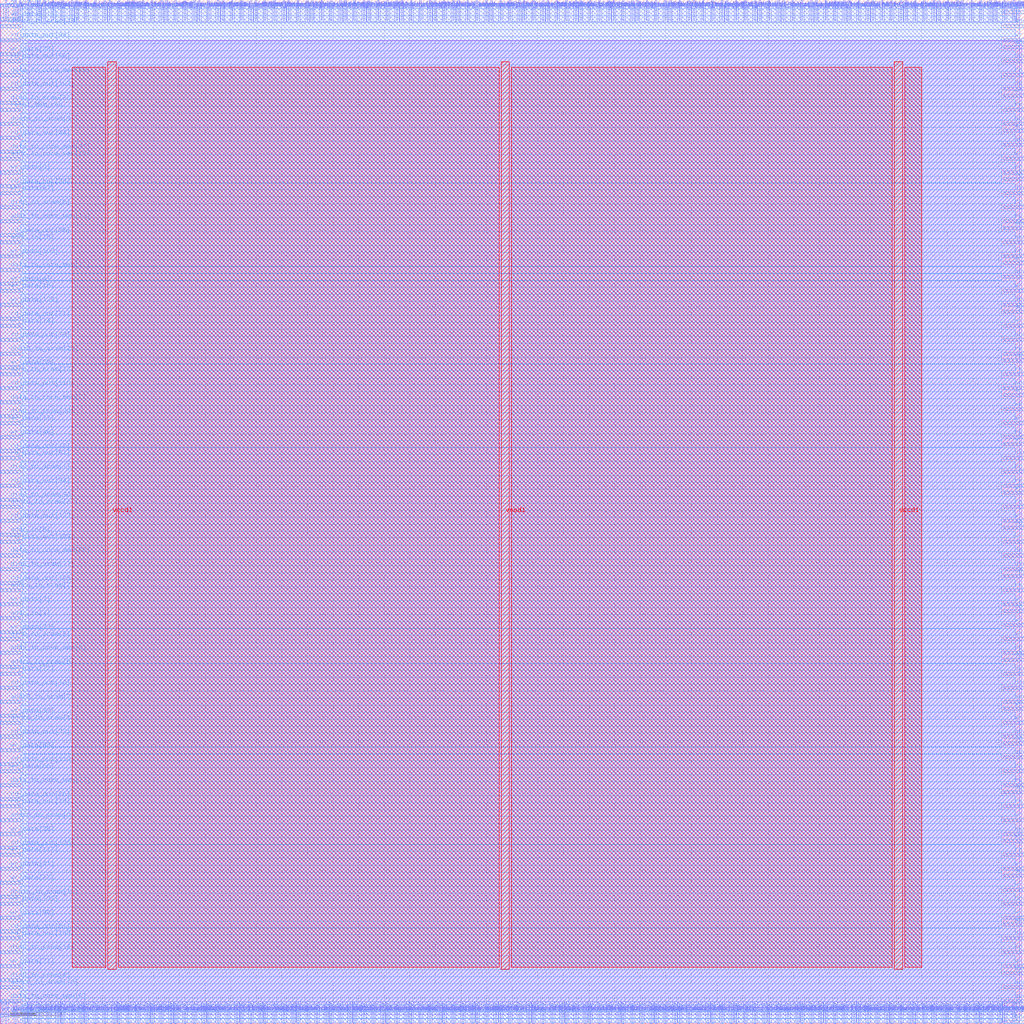
<source format=lef>
VERSION 5.7 ;
  NOWIREEXTENSIONATPIN ON ;
  DIVIDERCHAR "/" ;
  BUSBITCHARS "[]" ;
MACRO sram_wrapper
  CLASS BLOCK ;
  FOREIGN sram_wrapper ;
  ORIGIN 0.000 0.000 ;
  SIZE 200.000 BY 200.000 ;
  PIN addr0_to_sram[0]
    DIRECTION OUTPUT TRISTATE ;
    USE SIGNAL ;
    PORT
      LAYER met3 ;
        RECT 0.000 39.480 4.000 40.080 ;
    END
  END addr0_to_sram[0]
  PIN addr0_to_sram[10]
    DIRECTION OUTPUT TRISTATE ;
    USE SIGNAL ;
    PORT
      LAYER met3 ;
        RECT 0.000 6.840 4.000 7.440 ;
    END
  END addr0_to_sram[10]
  PIN addr0_to_sram[11]
    DIRECTION OUTPUT TRISTATE ;
    USE SIGNAL ;
    PORT
      LAYER met3 ;
        RECT 196.000 145.560 200.000 146.160 ;
    END
  END addr0_to_sram[11]
  PIN addr0_to_sram[12]
    DIRECTION OUTPUT TRISTATE ;
    USE SIGNAL ;
    PORT
      LAYER met3 ;
        RECT 196.000 0.040 200.000 0.640 ;
    END
  END addr0_to_sram[12]
  PIN addr0_to_sram[13]
    DIRECTION OUTPUT TRISTATE ;
    USE SIGNAL ;
    PORT
      LAYER met3 ;
        RECT 196.000 36.760 200.000 37.360 ;
    END
  END addr0_to_sram[13]
  PIN addr0_to_sram[14]
    DIRECTION OUTPUT TRISTATE ;
    USE SIGNAL ;
    PORT
      LAYER met2 ;
        RECT 48.850 0.000 49.130 4.000 ;
    END
  END addr0_to_sram[14]
  PIN addr0_to_sram[15]
    DIRECTION OUTPUT TRISTATE ;
    USE SIGNAL ;
    PORT
      LAYER met2 ;
        RECT 42.410 196.000 42.690 200.000 ;
    END
  END addr0_to_sram[15]
  PIN addr0_to_sram[16]
    DIRECTION OUTPUT TRISTATE ;
    USE SIGNAL ;
    PORT
      LAYER met2 ;
        RECT 97.610 196.000 97.890 200.000 ;
    END
  END addr0_to_sram[16]
  PIN addr0_to_sram[17]
    DIRECTION OUTPUT TRISTATE ;
    USE SIGNAL ;
    PORT
      LAYER met2 ;
        RECT 172.130 196.000 172.410 200.000 ;
    END
  END addr0_to_sram[17]
  PIN addr0_to_sram[18]
    DIRECTION OUTPUT TRISTATE ;
    USE SIGNAL ;
    PORT
      LAYER met3 ;
        RECT 196.000 19.080 200.000 19.680 ;
    END
  END addr0_to_sram[18]
  PIN addr0_to_sram[19]
    DIRECTION OUTPUT TRISTATE ;
    USE SIGNAL ;
    PORT
      LAYER met2 ;
        RECT 196.050 0.000 196.330 4.000 ;
    END
  END addr0_to_sram[19]
  PIN addr0_to_sram[1]
    DIRECTION OUTPUT TRISTATE ;
    USE SIGNAL ;
    PORT
      LAYER met2 ;
        RECT 14.810 196.000 15.090 200.000 ;
    END
  END addr0_to_sram[1]
  PIN addr0_to_sram[2]
    DIRECTION OUTPUT TRISTATE ;
    USE SIGNAL ;
    PORT
      LAYER met3 ;
        RECT 0.000 62.600 4.000 63.200 ;
    END
  END addr0_to_sram[2]
  PIN addr0_to_sram[3]
    DIRECTION OUTPUT TRISTATE ;
    USE SIGNAL ;
    PORT
      LAYER met3 ;
        RECT 196.000 138.760 200.000 139.360 ;
    END
  END addr0_to_sram[3]
  PIN addr0_to_sram[4]
    DIRECTION OUTPUT TRISTATE ;
    USE SIGNAL ;
    PORT
      LAYER met2 ;
        RECT 140.850 0.000 141.130 4.000 ;
    END
  END addr0_to_sram[4]
  PIN addr0_to_sram[5]
    DIRECTION OUTPUT TRISTATE ;
    USE SIGNAL ;
    PORT
      LAYER met2 ;
        RECT 197.890 196.000 198.170 200.000 ;
    END
  END addr0_to_sram[5]
  PIN addr0_to_sram[6]
    DIRECTION OUTPUT TRISTATE ;
    USE SIGNAL ;
    PORT
      LAYER met2 ;
        RECT 196.050 196.000 196.330 200.000 ;
    END
  END addr0_to_sram[6]
  PIN addr0_to_sram[7]
    DIRECTION OUTPUT TRISTATE ;
    USE SIGNAL ;
    PORT
      LAYER met3 ;
        RECT 0.000 84.360 4.000 84.960 ;
    END
  END addr0_to_sram[7]
  PIN addr0_to_sram[8]
    DIRECTION OUTPUT TRISTATE ;
    USE SIGNAL ;
    PORT
      LAYER met3 ;
        RECT 0.000 69.400 4.000 70.000 ;
    END
  END addr0_to_sram[8]
  PIN addr0_to_sram[9]
    DIRECTION OUTPUT TRISTATE ;
    USE SIGNAL ;
    PORT
      LAYER met3 ;
        RECT 196.000 6.840 200.000 7.440 ;
    END
  END addr0_to_sram[9]
  PIN addr_in[0]
    DIRECTION INPUT ;
    USE SIGNAL ;
    PORT
      LAYER met2 ;
        RECT 162.930 0.000 163.210 4.000 ;
    END
  END addr_in[0]
  PIN addr_in[10]
    DIRECTION INPUT ;
    USE SIGNAL ;
    PORT
      LAYER met2 ;
        RECT 22.170 0.000 22.450 4.000 ;
    END
  END addr_in[10]
  PIN addr_in[11]
    DIRECTION INPUT ;
    USE SIGNAL ;
    PORT
      LAYER met3 ;
        RECT 196.000 155.080 200.000 155.680 ;
    END
  END addr_in[11]
  PIN addr_in[12]
    DIRECTION INPUT ;
    USE SIGNAL ;
    PORT
      LAYER met3 ;
        RECT 196.000 190.440 200.000 191.040 ;
    END
  END addr_in[12]
  PIN addr_in[13]
    DIRECTION INPUT ;
    USE SIGNAL ;
    PORT
      LAYER met2 ;
        RECT 68.170 0.000 68.450 4.000 ;
    END
  END addr_in[13]
  PIN addr_in[14]
    DIRECTION INPUT ;
    USE SIGNAL ;
    PORT
      LAYER met2 ;
        RECT 193.290 196.000 193.570 200.000 ;
    END
  END addr_in[14]
  PIN addr_in[15]
    DIRECTION INPUT ;
    USE SIGNAL ;
    PORT
      LAYER met3 ;
        RECT 0.000 152.360 4.000 152.960 ;
    END
  END addr_in[15]
  PIN addr_in[16]
    DIRECTION INPUT ;
    USE SIGNAL ;
    PORT
      LAYER met2 ;
        RECT 27.690 196.000 27.970 200.000 ;
    END
  END addr_in[16]
  PIN addr_in[17]
    DIRECTION INPUT ;
    USE SIGNAL ;
    PORT
      LAYER met2 ;
        RECT 139.010 0.000 139.290 4.000 ;
    END
  END addr_in[17]
  PIN addr_in[18]
    DIRECTION INPUT ;
    USE SIGNAL ;
    PORT
      LAYER met2 ;
        RECT 45.170 196.000 45.450 200.000 ;
    END
  END addr_in[18]
  PIN addr_in[19]
    DIRECTION INPUT ;
    USE SIGNAL ;
    PORT
      LAYER met3 ;
        RECT 196.000 197.240 200.000 197.840 ;
    END
  END addr_in[19]
  PIN addr_in[1]
    DIRECTION INPUT ;
    USE SIGNAL ;
    PORT
      LAYER met3 ;
        RECT 196.000 55.800 200.000 56.400 ;
    END
  END addr_in[1]
  PIN addr_in[2]
    DIRECTION INPUT ;
    USE SIGNAL ;
    PORT
      LAYER met3 ;
        RECT 196.000 152.360 200.000 152.960 ;
    END
  END addr_in[2]
  PIN addr_in[3]
    DIRECTION INPUT ;
    USE SIGNAL ;
    PORT
      LAYER met3 ;
        RECT 196.000 194.520 200.000 195.120 ;
    END
  END addr_in[3]
  PIN addr_in[4]
    DIRECTION INPUT ;
    USE SIGNAL ;
    PORT
      LAYER met3 ;
        RECT 0.000 78.920 4.000 79.520 ;
    END
  END addr_in[4]
  PIN addr_in[5]
    DIRECTION INPUT ;
    USE SIGNAL ;
    PORT
      LAYER met3 ;
        RECT 0.000 95.240 4.000 95.840 ;
    END
  END addr_in[5]
  PIN addr_in[6]
    DIRECTION INPUT ;
    USE SIGNAL ;
    PORT
      LAYER met3 ;
        RECT 196.000 171.400 200.000 172.000 ;
    END
  END addr_in[6]
  PIN addr_in[7]
    DIRECTION INPUT ;
    USE SIGNAL ;
    PORT
      LAYER met2 ;
        RECT 113.250 196.000 113.530 200.000 ;
    END
  END addr_in[7]
  PIN addr_in[8]
    DIRECTION INPUT ;
    USE SIGNAL ;
    PORT
      LAYER met2 ;
        RECT 156.490 196.000 156.770 200.000 ;
    END
  END addr_in[8]
  PIN addr_in[9]
    DIRECTION INPUT ;
    USE SIGNAL ;
    PORT
      LAYER met2 ;
        RECT 29.530 196.000 29.810 200.000 ;
    END
  END addr_in[9]
  PIN addr_to_core_mem[0]
    DIRECTION INPUT ;
    USE SIGNAL ;
    PORT
      LAYER met2 ;
        RECT 130.730 196.000 131.010 200.000 ;
    END
  END addr_to_core_mem[0]
  PIN addr_to_core_mem[10]
    DIRECTION INPUT ;
    USE SIGNAL ;
    PORT
      LAYER met2 ;
        RECT 126.130 196.000 126.410 200.000 ;
    END
  END addr_to_core_mem[10]
  PIN addr_to_core_mem[11]
    DIRECTION INPUT ;
    USE SIGNAL ;
    PORT
      LAYER met2 ;
        RECT 143.610 0.000 143.890 4.000 ;
    END
  END addr_to_core_mem[11]
  PIN addr_to_core_mem[12]
    DIRECTION INPUT ;
    USE SIGNAL ;
    PORT
      LAYER met2 ;
        RECT 23.090 196.000 23.370 200.000 ;
    END
  END addr_to_core_mem[12]
  PIN addr_to_core_mem[13]
    DIRECTION INPUT ;
    USE SIGNAL ;
    PORT
      LAYER met3 ;
        RECT 0.000 156.440 4.000 157.040 ;
    END
  END addr_to_core_mem[13]
  PIN addr_to_core_mem[14]
    DIRECTION INPUT ;
    USE SIGNAL ;
    PORT
      LAYER met2 ;
        RECT 72.770 0.000 73.050 4.000 ;
    END
  END addr_to_core_mem[14]
  PIN addr_to_core_mem[15]
    DIRECTION INPUT ;
    USE SIGNAL ;
    PORT
      LAYER met2 ;
        RECT 180.410 196.000 180.690 200.000 ;
    END
  END addr_to_core_mem[15]
  PIN addr_to_core_mem[16]
    DIRECTION INPUT ;
    USE SIGNAL ;
    PORT
      LAYER met3 ;
        RECT 196.000 123.800 200.000 124.400 ;
    END
  END addr_to_core_mem[16]
  PIN addr_to_core_mem[17]
    DIRECTION INPUT ;
    USE SIGNAL ;
    PORT
      LAYER met2 ;
        RECT 109.570 0.000 109.850 4.000 ;
    END
  END addr_to_core_mem[17]
  PIN addr_to_core_mem[18]
    DIRECTION INPUT ;
    USE SIGNAL ;
    PORT
      LAYER met3 ;
        RECT 0.000 168.680 4.000 169.280 ;
    END
  END addr_to_core_mem[18]
  PIN addr_to_core_mem[19]
    DIRECTION INPUT ;
    USE SIGNAL ;
    PORT
      LAYER met3 ;
        RECT 196.000 133.320 200.000 133.920 ;
    END
  END addr_to_core_mem[19]
  PIN addr_to_core_mem[1]
    DIRECTION INPUT ;
    USE SIGNAL ;
    PORT
      LAYER met2 ;
        RECT 110.490 0.000 110.770 4.000 ;
    END
  END addr_to_core_mem[1]
  PIN addr_to_core_mem[2]
    DIRECTION INPUT ;
    USE SIGNAL ;
    PORT
      LAYER met3 ;
        RECT 196.000 175.480 200.000 176.080 ;
    END
  END addr_to_core_mem[2]
  PIN addr_to_core_mem[3]
    DIRECTION INPUT ;
    USE SIGNAL ;
    PORT
      LAYER met2 ;
        RECT 142.690 0.000 142.970 4.000 ;
    END
  END addr_to_core_mem[3]
  PIN addr_to_core_mem[4]
    DIRECTION INPUT ;
    USE SIGNAL ;
    PORT
      LAYER met3 ;
        RECT 196.000 28.600 200.000 29.200 ;
    END
  END addr_to_core_mem[4]
  PIN addr_to_core_mem[5]
    DIRECTION INPUT ;
    USE SIGNAL ;
    PORT
      LAYER met3 ;
        RECT 196.000 51.720 200.000 52.320 ;
    END
  END addr_to_core_mem[5]
  PIN addr_to_core_mem[6]
    DIRECTION INPUT ;
    USE SIGNAL ;
    PORT
      LAYER met2 ;
        RECT 116.930 196.000 117.210 200.000 ;
    END
  END addr_to_core_mem[6]
  PIN addr_to_core_mem[7]
    DIRECTION INPUT ;
    USE SIGNAL ;
    PORT
      LAYER met3 ;
        RECT 196.000 62.600 200.000 63.200 ;
    END
  END addr_to_core_mem[7]
  PIN addr_to_core_mem[8]
    DIRECTION INPUT ;
    USE SIGNAL ;
    PORT
      LAYER met3 ;
        RECT 0.000 72.120 4.000 72.720 ;
    END
  END addr_to_core_mem[8]
  PIN addr_to_core_mem[9]
    DIRECTION INPUT ;
    USE SIGNAL ;
    PORT
      LAYER met3 ;
        RECT 196.000 4.120 200.000 4.720 ;
    END
  END addr_to_core_mem[9]
  PIN clk
    DIRECTION INPUT ;
    USE SIGNAL ;
    PORT
      LAYER met2 ;
        RECT 182.250 196.000 182.530 200.000 ;
    END
  END clk
  PIN csb0_to_sram
    DIRECTION OUTPUT TRISTATE ;
    USE SIGNAL ;
    PORT
      LAYER met2 ;
        RECT 81.970 196.000 82.250 200.000 ;
    END
  END csb0_to_sram
  PIN data_to_core_mem[0]
    DIRECTION INPUT ;
    USE SIGNAL ;
    PORT
      LAYER met3 ;
        RECT 196.000 182.280 200.000 182.880 ;
    END
  END data_to_core_mem[0]
  PIN data_to_core_mem[10]
    DIRECTION INPUT ;
    USE SIGNAL ;
    PORT
      LAYER met2 ;
        RECT 150.050 196.000 150.330 200.000 ;
    END
  END data_to_core_mem[10]
  PIN data_to_core_mem[11]
    DIRECTION INPUT ;
    USE SIGNAL ;
    PORT
      LAYER met2 ;
        RECT 99.450 196.000 99.730 200.000 ;
    END
  END data_to_core_mem[11]
  PIN data_to_core_mem[12]
    DIRECTION INPUT ;
    USE SIGNAL ;
    PORT
      LAYER met3 ;
        RECT 0.000 146.920 4.000 147.520 ;
    END
  END data_to_core_mem[12]
  PIN data_to_core_mem[13]
    DIRECTION INPUT ;
    USE SIGNAL ;
    PORT
      LAYER met2 ;
        RECT 195.130 0.000 195.410 4.000 ;
    END
  END data_to_core_mem[13]
  PIN data_to_core_mem[14]
    DIRECTION INPUT ;
    USE SIGNAL ;
    PORT
      LAYER met2 ;
        RECT 145.450 0.000 145.730 4.000 ;
    END
  END data_to_core_mem[14]
  PIN data_to_core_mem[15]
    DIRECTION INPUT ;
    USE SIGNAL ;
    PORT
      LAYER met2 ;
        RECT 12.050 196.000 12.330 200.000 ;
    END
  END data_to_core_mem[15]
  PIN data_to_core_mem[16]
    DIRECTION INPUT ;
    USE SIGNAL ;
    PORT
      LAYER met2 ;
        RECT 75.530 0.000 75.810 4.000 ;
    END
  END data_to_core_mem[16]
  PIN data_to_core_mem[17]
    DIRECTION INPUT ;
    USE SIGNAL ;
    PORT
      LAYER met2 ;
        RECT 104.050 0.000 104.330 4.000 ;
    END
  END data_to_core_mem[17]
  PIN data_to_core_mem[18]
    DIRECTION INPUT ;
    USE SIGNAL ;
    PORT
      LAYER met2 ;
        RECT 18.490 0.000 18.770 4.000 ;
    END
  END data_to_core_mem[18]
  PIN data_to_core_mem[19]
    DIRECTION INPUT ;
    USE SIGNAL ;
    PORT
      LAYER met2 ;
        RECT 11.130 0.000 11.410 4.000 ;
    END
  END data_to_core_mem[19]
  PIN data_to_core_mem[1]
    DIRECTION INPUT ;
    USE SIGNAL ;
    PORT
      LAYER met2 ;
        RECT 158.330 0.000 158.610 4.000 ;
    END
  END data_to_core_mem[1]
  PIN data_to_core_mem[20]
    DIRECTION INPUT ;
    USE SIGNAL ;
    PORT
      LAYER met2 ;
        RECT 40.570 0.000 40.850 4.000 ;
    END
  END data_to_core_mem[20]
  PIN data_to_core_mem[21]
    DIRECTION INPUT ;
    USE SIGNAL ;
    PORT
      LAYER met2 ;
        RECT 73.690 196.000 73.970 200.000 ;
    END
  END data_to_core_mem[21]
  PIN data_to_core_mem[22]
    DIRECTION INPUT ;
    USE SIGNAL ;
    PORT
      LAYER met2 ;
        RECT 58.050 196.000 58.330 200.000 ;
    END
  END data_to_core_mem[22]
  PIN data_to_core_mem[23]
    DIRECTION INPUT ;
    USE SIGNAL ;
    PORT
      LAYER met3 ;
        RECT 0.000 170.040 4.000 170.640 ;
    END
  END data_to_core_mem[23]
  PIN data_to_core_mem[24]
    DIRECTION INPUT ;
    USE SIGNAL ;
    PORT
      LAYER met2 ;
        RECT 148.210 196.000 148.490 200.000 ;
    END
  END data_to_core_mem[24]
  PIN data_to_core_mem[25]
    DIRECTION INPUT ;
    USE SIGNAL ;
    PORT
      LAYER met3 ;
        RECT 196.000 91.160 200.000 91.760 ;
    END
  END data_to_core_mem[25]
  PIN data_to_core_mem[26]
    DIRECTION INPUT ;
    USE SIGNAL ;
    PORT
      LAYER met2 ;
        RECT 56.210 196.000 56.490 200.000 ;
    END
  END data_to_core_mem[26]
  PIN data_to_core_mem[27]
    DIRECTION INPUT ;
    USE SIGNAL ;
    PORT
      LAYER met3 ;
        RECT 0.000 46.280 4.000 46.880 ;
    END
  END data_to_core_mem[27]
  PIN data_to_core_mem[28]
    DIRECTION INPUT ;
    USE SIGNAL ;
    PORT
      LAYER met3 ;
        RECT 0.000 91.160 4.000 91.760 ;
    END
  END data_to_core_mem[28]
  PIN data_to_core_mem[29]
    DIRECTION INPUT ;
    USE SIGNAL ;
    PORT
      LAYER met3 ;
        RECT 0.000 185.000 4.000 185.600 ;
    END
  END data_to_core_mem[29]
  PIN data_to_core_mem[2]
    DIRECTION INPUT ;
    USE SIGNAL ;
    PORT
      LAYER met2 ;
        RECT 114.170 0.000 114.450 4.000 ;
    END
  END data_to_core_mem[2]
  PIN data_to_core_mem[30]
    DIRECTION INPUT ;
    USE SIGNAL ;
    PORT
      LAYER met2 ;
        RECT 95.770 196.000 96.050 200.000 ;
    END
  END data_to_core_mem[30]
  PIN data_to_core_mem[31]
    DIRECTION INPUT ;
    USE SIGNAL ;
    PORT
      LAYER met2 ;
        RECT 47.010 196.000 47.290 200.000 ;
    END
  END data_to_core_mem[31]
  PIN data_to_core_mem[3]
    DIRECTION INPUT ;
    USE SIGNAL ;
    PORT
      LAYER met2 ;
        RECT 55.290 196.000 55.570 200.000 ;
    END
  END data_to_core_mem[3]
  PIN data_to_core_mem[4]
    DIRECTION INPUT ;
    USE SIGNAL ;
    PORT
      LAYER met2 ;
        RECT 70.930 0.000 71.210 4.000 ;
    END
  END data_to_core_mem[4]
  PIN data_to_core_mem[5]
    DIRECTION INPUT ;
    USE SIGNAL ;
    PORT
      LAYER met2 ;
        RECT 34.130 196.000 34.410 200.000 ;
    END
  END data_to_core_mem[5]
  PIN data_to_core_mem[6]
    DIRECTION INPUT ;
    USE SIGNAL ;
    PORT
      LAYER met3 ;
        RECT 0.000 4.120 4.000 4.720 ;
    END
  END data_to_core_mem[6]
  PIN data_to_core_mem[7]
    DIRECTION INPUT ;
    USE SIGNAL ;
    PORT
      LAYER met3 ;
        RECT 0.000 121.080 4.000 121.680 ;
    END
  END data_to_core_mem[7]
  PIN data_to_core_mem[8]
    DIRECTION INPUT ;
    USE SIGNAL ;
    PORT
      LAYER met2 ;
        RECT 116.930 0.000 117.210 4.000 ;
    END
  END data_to_core_mem[8]
  PIN data_to_core_mem[9]
    DIRECTION INPUT ;
    USE SIGNAL ;
    PORT
      LAYER met2 ;
        RECT 171.210 0.000 171.490 4.000 ;
    END
  END data_to_core_mem[9]
  PIN din0_to_sram[0]
    DIRECTION OUTPUT TRISTATE ;
    USE SIGNAL ;
    PORT
      LAYER met2 ;
        RECT 25.850 196.000 26.130 200.000 ;
    END
  END din0_to_sram[0]
  PIN din0_to_sram[10]
    DIRECTION OUTPUT TRISTATE ;
    USE SIGNAL ;
    PORT
      LAYER met2 ;
        RECT 40.570 196.000 40.850 200.000 ;
    END
  END din0_to_sram[10]
  PIN din0_to_sram[11]
    DIRECTION OUTPUT TRISTATE ;
    USE SIGNAL ;
    PORT
      LAYER met3 ;
        RECT 196.000 16.360 200.000 16.960 ;
    END
  END din0_to_sram[11]
  PIN din0_to_sram[12]
    DIRECTION OUTPUT TRISTATE ;
    USE SIGNAL ;
    PORT
      LAYER met2 ;
        RECT 178.570 0.000 178.850 4.000 ;
    END
  END din0_to_sram[12]
  PIN din0_to_sram[13]
    DIRECTION OUTPUT TRISTATE ;
    USE SIGNAL ;
    PORT
      LAYER met3 ;
        RECT 0.000 126.520 4.000 127.120 ;
    END
  END din0_to_sram[13]
  PIN din0_to_sram[14]
    DIRECTION OUTPUT TRISTATE ;
    USE SIGNAL ;
    PORT
      LAYER met3 ;
        RECT 0.000 13.640 4.000 14.240 ;
    END
  END din0_to_sram[14]
  PIN din0_to_sram[15]
    DIRECTION OUTPUT TRISTATE ;
    USE SIGNAL ;
    PORT
      LAYER met2 ;
        RECT 64.490 196.000 64.770 200.000 ;
    END
  END din0_to_sram[15]
  PIN din0_to_sram[16]
    DIRECTION OUTPUT TRISTATE ;
    USE SIGNAL ;
    PORT
      LAYER met3 ;
        RECT 196.000 65.320 200.000 65.920 ;
    END
  END din0_to_sram[16]
  PIN din0_to_sram[17]
    DIRECTION OUTPUT TRISTATE ;
    USE SIGNAL ;
    PORT
      LAYER met2 ;
        RECT 169.370 0.000 169.650 4.000 ;
    END
  END din0_to_sram[17]
  PIN din0_to_sram[18]
    DIRECTION OUTPUT TRISTATE ;
    USE SIGNAL ;
    PORT
      LAYER met2 ;
        RECT 118.770 0.000 119.050 4.000 ;
    END
  END din0_to_sram[18]
  PIN din0_to_sram[19]
    DIRECTION OUTPUT TRISTATE ;
    USE SIGNAL ;
    PORT
      LAYER met2 ;
        RECT 66.330 196.000 66.610 200.000 ;
    END
  END din0_to_sram[19]
  PIN din0_to_sram[1]
    DIRECTION OUTPUT TRISTATE ;
    USE SIGNAL ;
    PORT
      LAYER met3 ;
        RECT 0.000 107.480 4.000 108.080 ;
    END
  END din0_to_sram[1]
  PIN din0_to_sram[20]
    DIRECTION OUTPUT TRISTATE ;
    USE SIGNAL ;
    PORT
      LAYER met3 ;
        RECT 196.000 110.200 200.000 110.800 ;
    END
  END din0_to_sram[20]
  PIN din0_to_sram[21]
    DIRECTION OUTPUT TRISTATE ;
    USE SIGNAL ;
    PORT
      LAYER met2 ;
        RECT 51.610 196.000 51.890 200.000 ;
    END
  END din0_to_sram[21]
  PIN din0_to_sram[22]
    DIRECTION OUTPUT TRISTATE ;
    USE SIGNAL ;
    PORT
      LAYER met3 ;
        RECT 0.000 88.440 4.000 89.040 ;
    END
  END din0_to_sram[22]
  PIN din0_to_sram[23]
    DIRECTION OUTPUT TRISTATE ;
    USE SIGNAL ;
    PORT
      LAYER met3 ;
        RECT 0.000 179.560 4.000 180.160 ;
    END
  END din0_to_sram[23]
  PIN din0_to_sram[24]
    DIRECTION OUTPUT TRISTATE ;
    USE SIGNAL ;
    PORT
      LAYER met2 ;
        RECT 103.130 0.000 103.410 4.000 ;
    END
  END din0_to_sram[24]
  PIN din0_to_sram[25]
    DIRECTION OUTPUT TRISTATE ;
    USE SIGNAL ;
    PORT
      LAYER met3 ;
        RECT 196.000 88.440 200.000 89.040 ;
    END
  END din0_to_sram[25]
  PIN din0_to_sram[26]
    DIRECTION OUTPUT TRISTATE ;
    USE SIGNAL ;
    PORT
      LAYER met2 ;
        RECT 124.290 196.000 124.570 200.000 ;
    END
  END din0_to_sram[26]
  PIN din0_to_sram[27]
    DIRECTION OUTPUT TRISTATE ;
    USE SIGNAL ;
    PORT
      LAYER met2 ;
        RECT 115.090 196.000 115.370 200.000 ;
    END
  END din0_to_sram[27]
  PIN din0_to_sram[28]
    DIRECTION OUTPUT TRISTATE ;
    USE SIGNAL ;
    PORT
      LAYER met2 ;
        RECT 80.130 0.000 80.410 4.000 ;
    END
  END din0_to_sram[28]
  PIN din0_to_sram[29]
    DIRECTION OUTPUT TRISTATE ;
    USE SIGNAL ;
    PORT
      LAYER met3 ;
        RECT 0.000 118.360 4.000 118.960 ;
    END
  END din0_to_sram[29]
  PIN din0_to_sram[2]
    DIRECTION OUTPUT TRISTATE ;
    USE SIGNAL ;
    PORT
      LAYER met2 ;
        RECT 97.610 0.000 97.890 4.000 ;
    END
  END din0_to_sram[2]
  PIN din0_to_sram[30]
    DIRECTION OUTPUT TRISTATE ;
    USE SIGNAL ;
    PORT
      LAYER met3 ;
        RECT 0.000 102.040 4.000 102.640 ;
    END
  END din0_to_sram[30]
  PIN din0_to_sram[31]
    DIRECTION OUTPUT TRISTATE ;
    USE SIGNAL ;
    PORT
      LAYER met2 ;
        RECT 135.330 196.000 135.610 200.000 ;
    END
  END din0_to_sram[31]
  PIN din0_to_sram[3]
    DIRECTION OUTPUT TRISTATE ;
    USE SIGNAL ;
    PORT
      LAYER met3 ;
        RECT 0.000 74.840 4.000 75.440 ;
    END
  END din0_to_sram[3]
  PIN din0_to_sram[4]
    DIRECTION OUTPUT TRISTATE ;
    USE SIGNAL ;
    PORT
      LAYER met3 ;
        RECT 0.000 8.200 4.000 8.800 ;
    END
  END din0_to_sram[4]
  PIN din0_to_sram[5]
    DIRECTION OUTPUT TRISTATE ;
    USE SIGNAL ;
    PORT
      LAYER met3 ;
        RECT 196.000 161.880 200.000 162.480 ;
    END
  END din0_to_sram[5]
  PIN din0_to_sram[6]
    DIRECTION OUTPUT TRISTATE ;
    USE SIGNAL ;
    PORT
      LAYER met3 ;
        RECT 196.000 70.760 200.000 71.360 ;
    END
  END din0_to_sram[6]
  PIN din0_to_sram[7]
    DIRECTION OUTPUT TRISTATE ;
    USE SIGNAL ;
    PORT
      LAYER met3 ;
        RECT 196.000 9.560 200.000 10.160 ;
    END
  END din0_to_sram[7]
  PIN din0_to_sram[8]
    DIRECTION OUTPUT TRISTATE ;
    USE SIGNAL ;
    PORT
      LAYER met3 ;
        RECT 0.000 159.160 4.000 159.760 ;
    END
  END din0_to_sram[8]
  PIN din0_to_sram[9]
    DIRECTION OUTPUT TRISTATE ;
    USE SIGNAL ;
    PORT
      LAYER met2 ;
        RECT 121.530 196.000 121.810 200.000 ;
    END
  END din0_to_sram[9]
  PIN dout0_to_sram[0]
    DIRECTION INPUT ;
    USE SIGNAL ;
    PORT
      LAYER met3 ;
        RECT 196.000 68.040 200.000 68.640 ;
    END
  END dout0_to_sram[0]
  PIN dout0_to_sram[10]
    DIRECTION INPUT ;
    USE SIGNAL ;
    PORT
      LAYER met3 ;
        RECT 0.000 24.520 4.000 25.120 ;
    END
  END dout0_to_sram[10]
  PIN dout0_to_sram[11]
    DIRECTION INPUT ;
    USE SIGNAL ;
    PORT
      LAYER met2 ;
        RECT 32.290 196.000 32.570 200.000 ;
    END
  END dout0_to_sram[11]
  PIN dout0_to_sram[12]
    DIRECTION INPUT ;
    USE SIGNAL ;
    PORT
      LAYER met2 ;
        RECT 125.210 0.000 125.490 4.000 ;
    END
  END dout0_to_sram[12]
  PIN dout0_to_sram[13]
    DIRECTION INPUT ;
    USE SIGNAL ;
    PORT
      LAYER met3 ;
        RECT 0.000 58.520 4.000 59.120 ;
    END
  END dout0_to_sram[13]
  PIN dout0_to_sram[14]
    DIRECTION INPUT ;
    USE SIGNAL ;
    PORT
      LAYER met2 ;
        RECT 67.250 196.000 67.530 200.000 ;
    END
  END dout0_to_sram[14]
  PIN dout0_to_sram[15]
    DIRECTION INPUT ;
    USE SIGNAL ;
    PORT
      LAYER met2 ;
        RECT 161.090 196.000 161.370 200.000 ;
    END
  END dout0_to_sram[15]
  PIN dout0_to_sram[16]
    DIRECTION INPUT ;
    USE SIGNAL ;
    PORT
      LAYER met2 ;
        RECT 59.890 0.000 60.170 4.000 ;
    END
  END dout0_to_sram[16]
  PIN dout0_to_sram[17]
    DIRECTION INPUT ;
    USE SIGNAL ;
    PORT
      LAYER met2 ;
        RECT 104.050 196.000 104.330 200.000 ;
    END
  END dout0_to_sram[17]
  PIN dout0_to_sram[18]
    DIRECTION INPUT ;
    USE SIGNAL ;
    PORT
      LAYER met2 ;
        RECT 75.530 196.000 75.810 200.000 ;
    END
  END dout0_to_sram[18]
  PIN dout0_to_sram[19]
    DIRECTION INPUT ;
    USE SIGNAL ;
    PORT
      LAYER met2 ;
        RECT 24.930 196.000 25.210 200.000 ;
    END
  END dout0_to_sram[19]
  PIN dout0_to_sram[1]
    DIRECTION INPUT ;
    USE SIGNAL ;
    PORT
      LAYER met2 ;
        RECT 88.410 196.000 88.690 200.000 ;
    END
  END dout0_to_sram[1]
  PIN dout0_to_sram[20]
    DIRECTION INPUT ;
    USE SIGNAL ;
    PORT
      LAYER met2 ;
        RECT 151.890 0.000 152.170 4.000 ;
    END
  END dout0_to_sram[20]
  PIN dout0_to_sram[21]
    DIRECTION INPUT ;
    USE SIGNAL ;
    PORT
      LAYER met2 ;
        RECT 48.850 196.000 49.130 200.000 ;
    END
  END dout0_to_sram[21]
  PIN dout0_to_sram[22]
    DIRECTION INPUT ;
    USE SIGNAL ;
    PORT
      LAYER met2 ;
        RECT 53.450 0.000 53.730 4.000 ;
    END
  END dout0_to_sram[22]
  PIN dout0_to_sram[23]
    DIRECTION INPUT ;
    USE SIGNAL ;
    PORT
      LAYER met3 ;
        RECT 196.000 23.160 200.000 23.760 ;
    END
  END dout0_to_sram[23]
  PIN dout0_to_sram[24]
    DIRECTION INPUT ;
    USE SIGNAL ;
    PORT
      LAYER met2 ;
        RECT 57.130 0.000 57.410 4.000 ;
    END
  END dout0_to_sram[24]
  PIN dout0_to_sram[25]
    DIRECTION INPUT ;
    USE SIGNAL ;
    PORT
      LAYER met2 ;
        RECT 134.410 196.000 134.690 200.000 ;
    END
  END dout0_to_sram[25]
  PIN dout0_to_sram[26]
    DIRECTION INPUT ;
    USE SIGNAL ;
    PORT
      LAYER met2 ;
        RECT 169.370 196.000 169.650 200.000 ;
    END
  END dout0_to_sram[26]
  PIN dout0_to_sram[27]
    DIRECTION INPUT ;
    USE SIGNAL ;
    PORT
      LAYER met3 ;
        RECT 0.000 100.680 4.000 101.280 ;
    END
  END dout0_to_sram[27]
  PIN dout0_to_sram[28]
    DIRECTION INPUT ;
    USE SIGNAL ;
    PORT
      LAYER met3 ;
        RECT 0.000 194.520 4.000 195.120 ;
    END
  END dout0_to_sram[28]
  PIN dout0_to_sram[29]
    DIRECTION INPUT ;
    USE SIGNAL ;
    PORT
      LAYER met3 ;
        RECT 0.000 130.600 4.000 131.200 ;
    END
  END dout0_to_sram[29]
  PIN dout0_to_sram[2]
    DIRECTION INPUT ;
    USE SIGNAL ;
    PORT
      LAYER met2 ;
        RECT 185.010 196.000 185.290 200.000 ;
    END
  END dout0_to_sram[2]
  PIN dout0_to_sram[30]
    DIRECTION INPUT ;
    USE SIGNAL ;
    PORT
      LAYER met3 ;
        RECT 196.000 140.120 200.000 140.720 ;
    END
  END dout0_to_sram[30]
  PIN dout0_to_sram[31]
    DIRECTION INPUT ;
    USE SIGNAL ;
    PORT
      LAYER met3 ;
        RECT 0.000 175.480 4.000 176.080 ;
    END
  END dout0_to_sram[31]
  PIN dout0_to_sram[3]
    DIRECTION INPUT ;
    USE SIGNAL ;
    PORT
      LAYER met2 ;
        RECT 77.370 0.000 77.650 4.000 ;
    END
  END dout0_to_sram[3]
  PIN dout0_to_sram[4]
    DIRECTION INPUT ;
    USE SIGNAL ;
    PORT
      LAYER met2 ;
        RECT 119.690 196.000 119.970 200.000 ;
    END
  END dout0_to_sram[4]
  PIN dout0_to_sram[5]
    DIRECTION INPUT ;
    USE SIGNAL ;
    PORT
      LAYER met3 ;
        RECT 196.000 44.920 200.000 45.520 ;
    END
  END dout0_to_sram[5]
  PIN dout0_to_sram[6]
    DIRECTION INPUT ;
    USE SIGNAL ;
    PORT
      LAYER met2 ;
        RECT 58.050 0.000 58.330 4.000 ;
    END
  END dout0_to_sram[6]
  PIN dout0_to_sram[7]
    DIRECTION INPUT ;
    USE SIGNAL ;
    PORT
      LAYER met2 ;
        RECT 198.810 196.000 199.090 200.000 ;
    END
  END dout0_to_sram[7]
  PIN dout0_to_sram[8]
    DIRECTION INPUT ;
    USE SIGNAL ;
    PORT
      LAYER met3 ;
        RECT 196.000 187.720 200.000 188.320 ;
    END
  END dout0_to_sram[8]
  PIN dout0_to_sram[9]
    DIRECTION INPUT ;
    USE SIGNAL ;
    PORT
      LAYER met2 ;
        RECT 28.610 0.000 28.890 4.000 ;
    END
  END dout0_to_sram[9]
  PIN is_loading_memory_into_core
    DIRECTION INPUT ;
    USE SIGNAL ;
    PORT
      LAYER met2 ;
        RECT 84.730 196.000 85.010 200.000 ;
    END
  END is_loading_memory_into_core
  PIN rd_data_out[0]
    DIRECTION OUTPUT TRISTATE ;
    USE SIGNAL ;
    PORT
      LAYER met2 ;
        RECT 37.810 196.000 38.090 200.000 ;
    END
  END rd_data_out[0]
  PIN rd_data_out[100]
    DIRECTION OUTPUT TRISTATE ;
    USE SIGNAL ;
    PORT
      LAYER met2 ;
        RECT 132.570 196.000 132.850 200.000 ;
    END
  END rd_data_out[100]
  PIN rd_data_out[101]
    DIRECTION OUTPUT TRISTATE ;
    USE SIGNAL ;
    PORT
      LAYER met2 ;
        RECT 62.650 196.000 62.930 200.000 ;
    END
  END rd_data_out[101]
  PIN rd_data_out[102]
    DIRECTION OUTPUT TRISTATE ;
    USE SIGNAL ;
    PORT
      LAYER met3 ;
        RECT 196.000 149.640 200.000 150.240 ;
    END
  END rd_data_out[102]
  PIN rd_data_out[103]
    DIRECTION OUTPUT TRISTATE ;
    USE SIGNAL ;
    PORT
      LAYER met3 ;
        RECT 0.000 182.280 4.000 182.880 ;
    END
  END rd_data_out[103]
  PIN rd_data_out[104]
    DIRECTION OUTPUT TRISTATE ;
    USE SIGNAL ;
    PORT
      LAYER met2 ;
        RECT 43.330 196.000 43.610 200.000 ;
    END
  END rd_data_out[104]
  PIN rd_data_out[105]
    DIRECTION OUTPUT TRISTATE ;
    USE SIGNAL ;
    PORT
      LAYER met2 ;
        RECT 94.850 196.000 95.130 200.000 ;
    END
  END rd_data_out[105]
  PIN rd_data_out[106]
    DIRECTION OUTPUT TRISTATE ;
    USE SIGNAL ;
    PORT
      LAYER met2 ;
        RECT 79.210 0.000 79.490 4.000 ;
    END
  END rd_data_out[106]
  PIN rd_data_out[107]
    DIRECTION OUTPUT TRISTATE ;
    USE SIGNAL ;
    PORT
      LAYER met3 ;
        RECT 196.000 42.200 200.000 42.800 ;
    END
  END rd_data_out[107]
  PIN rd_data_out[108]
    DIRECTION OUTPUT TRISTATE ;
    USE SIGNAL ;
    PORT
      LAYER met3 ;
        RECT 0.000 16.360 4.000 16.960 ;
    END
  END rd_data_out[108]
  PIN rd_data_out[109]
    DIRECTION OUTPUT TRISTATE ;
    USE SIGNAL ;
    PORT
      LAYER met3 ;
        RECT 0.000 93.880 4.000 94.480 ;
    END
  END rd_data_out[109]
  PIN rd_data_out[10]
    DIRECTION OUTPUT TRISTATE ;
    USE SIGNAL ;
    PORT
      LAYER met3 ;
        RECT 0.000 65.320 4.000 65.920 ;
    END
  END rd_data_out[10]
  PIN rd_data_out[110]
    DIRECTION OUTPUT TRISTATE ;
    USE SIGNAL ;
    PORT
      LAYER met3 ;
        RECT 0.000 123.800 4.000 124.400 ;
    END
  END rd_data_out[110]
  PIN rd_data_out[111]
    DIRECTION OUTPUT TRISTATE ;
    USE SIGNAL ;
    PORT
      LAYER met2 ;
        RECT 106.810 196.000 107.090 200.000 ;
    END
  END rd_data_out[111]
  PIN rd_data_out[112]
    DIRECTION OUTPUT TRISTATE ;
    USE SIGNAL ;
    PORT
      LAYER met2 ;
        RECT 61.730 0.000 62.010 4.000 ;
    END
  END rd_data_out[112]
  PIN rd_data_out[113]
    DIRECTION OUTPUT TRISTATE ;
    USE SIGNAL ;
    PORT
      LAYER met3 ;
        RECT 196.000 185.000 200.000 185.600 ;
    END
  END rd_data_out[113]
  PIN rd_data_out[114]
    DIRECTION OUTPUT TRISTATE ;
    USE SIGNAL ;
    PORT
      LAYER met2 ;
        RECT 110.490 196.000 110.770 200.000 ;
    END
  END rd_data_out[114]
  PIN rd_data_out[115]
    DIRECTION OUTPUT TRISTATE ;
    USE SIGNAL ;
    PORT
      LAYER met3 ;
        RECT 196.000 80.280 200.000 80.880 ;
    END
  END rd_data_out[115]
  PIN rd_data_out[116]
    DIRECTION OUTPUT TRISTATE ;
    USE SIGNAL ;
    PORT
      LAYER met2 ;
        RECT 88.410 0.000 88.690 4.000 ;
    END
  END rd_data_out[116]
  PIN rd_data_out[117]
    DIRECTION OUTPUT TRISTATE ;
    USE SIGNAL ;
    PORT
      LAYER met2 ;
        RECT 99.450 0.000 99.730 4.000 ;
    END
  END rd_data_out[117]
  PIN rd_data_out[118]
    DIRECTION OUTPUT TRISTATE ;
    USE SIGNAL ;
    PORT
      LAYER met2 ;
        RECT 31.370 196.000 31.650 200.000 ;
    END
  END rd_data_out[118]
  PIN rd_data_out[119]
    DIRECTION OUTPUT TRISTATE ;
    USE SIGNAL ;
    PORT
      LAYER met3 ;
        RECT 0.000 50.360 4.000 50.960 ;
    END
  END rd_data_out[119]
  PIN rd_data_out[11]
    DIRECTION OUTPUT TRISTATE ;
    USE SIGNAL ;
    PORT
      LAYER met3 ;
        RECT 196.000 46.280 200.000 46.880 ;
    END
  END rd_data_out[11]
  PIN rd_data_out[120]
    DIRECTION OUTPUT TRISTATE ;
    USE SIGNAL ;
    PORT
      LAYER met2 ;
        RECT 165.690 196.000 165.970 200.000 ;
    END
  END rd_data_out[120]
  PIN rd_data_out[121]
    DIRECTION OUTPUT TRISTATE ;
    USE SIGNAL ;
    PORT
      LAYER met2 ;
        RECT 156.490 0.000 156.770 4.000 ;
    END
  END rd_data_out[121]
  PIN rd_data_out[122]
    DIRECTION OUTPUT TRISTATE ;
    USE SIGNAL ;
    PORT
      LAYER met2 ;
        RECT 108.650 196.000 108.930 200.000 ;
    END
  END rd_data_out[122]
  PIN rd_data_out[123]
    DIRECTION OUTPUT TRISTATE ;
    USE SIGNAL ;
    PORT
      LAYER met3 ;
        RECT 0.000 85.720 4.000 86.320 ;
    END
  END rd_data_out[123]
  PIN rd_data_out[124]
    DIRECTION OUTPUT TRISTATE ;
    USE SIGNAL ;
    PORT
      LAYER met2 ;
        RECT 121.530 0.000 121.810 4.000 ;
    END
  END rd_data_out[124]
  PIN rd_data_out[125]
    DIRECTION OUTPUT TRISTATE ;
    USE SIGNAL ;
    PORT
      LAYER met2 ;
        RECT 55.290 0.000 55.570 4.000 ;
    END
  END rd_data_out[125]
  PIN rd_data_out[126]
    DIRECTION OUTPUT TRISTATE ;
    USE SIGNAL ;
    PORT
      LAYER met3 ;
        RECT 0.000 34.040 4.000 34.640 ;
    END
  END rd_data_out[126]
  PIN rd_data_out[127]
    DIRECTION OUTPUT TRISTATE ;
    USE SIGNAL ;
    PORT
      LAYER met3 ;
        RECT 0.000 97.960 4.000 98.560 ;
    END
  END rd_data_out[127]
  PIN rd_data_out[12]
    DIRECTION OUTPUT TRISTATE ;
    USE SIGNAL ;
    PORT
      LAYER met3 ;
        RECT 0.000 111.560 4.000 112.160 ;
    END
  END rd_data_out[12]
  PIN rd_data_out[13]
    DIRECTION OUTPUT TRISTATE ;
    USE SIGNAL ;
    PORT
      LAYER met2 ;
        RECT 10.210 196.000 10.490 200.000 ;
    END
  END rd_data_out[13]
  PIN rd_data_out[14]
    DIRECTION OUTPUT TRISTATE ;
    USE SIGNAL ;
    PORT
      LAYER met2 ;
        RECT 31.370 0.000 31.650 4.000 ;
    END
  END rd_data_out[14]
  PIN rd_data_out[15]
    DIRECTION OUTPUT TRISTATE ;
    USE SIGNAL ;
    PORT
      LAYER met3 ;
        RECT 196.000 164.600 200.000 165.200 ;
    END
  END rd_data_out[15]
  PIN rd_data_out[16]
    DIRECTION OUTPUT TRISTATE ;
    USE SIGNAL ;
    PORT
      LAYER met3 ;
        RECT 0.000 42.200 4.000 42.800 ;
    END
  END rd_data_out[16]
  PIN rd_data_out[17]
    DIRECTION OUTPUT TRISTATE ;
    USE SIGNAL ;
    PORT
      LAYER met2 ;
        RECT 112.330 196.000 112.610 200.000 ;
    END
  END rd_data_out[17]
  PIN rd_data_out[18]
    DIRECTION OUTPUT TRISTATE ;
    USE SIGNAL ;
    PORT
      LAYER met3 ;
        RECT 0.000 133.320 4.000 133.920 ;
    END
  END rd_data_out[18]
  PIN rd_data_out[19]
    DIRECTION OUTPUT TRISTATE ;
    USE SIGNAL ;
    PORT
      LAYER met2 ;
        RECT 20.330 196.000 20.610 200.000 ;
    END
  END rd_data_out[19]
  PIN rd_data_out[1]
    DIRECTION OUTPUT TRISTATE ;
    USE SIGNAL ;
    PORT
      LAYER met3 ;
        RECT 196.000 114.280 200.000 114.880 ;
    END
  END rd_data_out[1]
  PIN rd_data_out[20]
    DIRECTION OUTPUT TRISTATE ;
    USE SIGNAL ;
    PORT
      LAYER met2 ;
        RECT 50.690 0.000 50.970 4.000 ;
    END
  END rd_data_out[20]
  PIN rd_data_out[21]
    DIRECTION OUTPUT TRISTATE ;
    USE SIGNAL ;
    PORT
      LAYER met2 ;
        RECT 13.890 196.000 14.170 200.000 ;
    END
  END rd_data_out[21]
  PIN rd_data_out[22]
    DIRECTION OUTPUT TRISTATE ;
    USE SIGNAL ;
    PORT
      LAYER met2 ;
        RECT 1.010 196.000 1.290 200.000 ;
    END
  END rd_data_out[22]
  PIN rd_data_out[23]
    DIRECTION OUTPUT TRISTATE ;
    USE SIGNAL ;
    PORT
      LAYER met2 ;
        RECT 191.450 0.000 191.730 4.000 ;
    END
  END rd_data_out[23]
  PIN rd_data_out[24]
    DIRECTION OUTPUT TRISTATE ;
    USE SIGNAL ;
    PORT
      LAYER met2 ;
        RECT 23.090 0.000 23.370 4.000 ;
    END
  END rd_data_out[24]
  PIN rd_data_out[25]
    DIRECTION OUTPUT TRISTATE ;
    USE SIGNAL ;
    PORT
      LAYER met2 ;
        RECT 101.290 196.000 101.570 200.000 ;
    END
  END rd_data_out[25]
  PIN rd_data_out[26]
    DIRECTION OUTPUT TRISTATE ;
    USE SIGNAL ;
    PORT
      LAYER met3 ;
        RECT 0.000 43.560 4.000 44.160 ;
    END
  END rd_data_out[26]
  PIN rd_data_out[27]
    DIRECTION OUTPUT TRISTATE ;
    USE SIGNAL ;
    PORT
      LAYER met2 ;
        RECT 66.330 0.000 66.610 4.000 ;
    END
  END rd_data_out[27]
  PIN rd_data_out[28]
    DIRECTION OUTPUT TRISTATE ;
    USE SIGNAL ;
    PORT
      LAYER met3 ;
        RECT 196.000 72.120 200.000 72.720 ;
    END
  END rd_data_out[28]
  PIN rd_data_out[29]
    DIRECTION OUTPUT TRISTATE ;
    USE SIGNAL ;
    PORT
      LAYER met2 ;
        RECT 177.650 0.000 177.930 4.000 ;
    END
  END rd_data_out[29]
  PIN rd_data_out[2]
    DIRECTION OUTPUT TRISTATE ;
    USE SIGNAL ;
    PORT
      LAYER met2 ;
        RECT 5.610 196.000 5.890 200.000 ;
    END
  END rd_data_out[2]
  PIN rd_data_out[30]
    DIRECTION OUTPUT TRISTATE ;
    USE SIGNAL ;
    PORT
      LAYER met3 ;
        RECT 196.000 2.760 200.000 3.360 ;
    END
  END rd_data_out[30]
  PIN rd_data_out[31]
    DIRECTION OUTPUT TRISTATE ;
    USE SIGNAL ;
    PORT
      LAYER met2 ;
        RECT 81.970 0.000 82.250 4.000 ;
    END
  END rd_data_out[31]
  PIN rd_data_out[32]
    DIRECTION OUTPUT TRISTATE ;
    USE SIGNAL ;
    PORT
      LAYER met2 ;
        RECT 46.090 0.000 46.370 4.000 ;
    END
  END rd_data_out[32]
  PIN rd_data_out[33]
    DIRECTION OUTPUT TRISTATE ;
    USE SIGNAL ;
    PORT
      LAYER met2 ;
        RECT 102.210 196.000 102.490 200.000 ;
    END
  END rd_data_out[33]
  PIN rd_data_out[34]
    DIRECTION OUTPUT TRISTATE ;
    USE SIGNAL ;
    PORT
      LAYER met3 ;
        RECT 196.000 54.440 200.000 55.040 ;
    END
  END rd_data_out[34]
  PIN rd_data_out[35]
    DIRECTION OUTPUT TRISTATE ;
    USE SIGNAL ;
    PORT
      LAYER met2 ;
        RECT 173.050 0.000 173.330 4.000 ;
    END
  END rd_data_out[35]
  PIN rd_data_out[36]
    DIRECTION OUTPUT TRISTATE ;
    USE SIGNAL ;
    PORT
      LAYER met2 ;
        RECT 193.290 0.000 193.570 4.000 ;
    END
  END rd_data_out[36]
  PIN rd_data_out[37]
    DIRECTION OUTPUT TRISTATE ;
    USE SIGNAL ;
    PORT
      LAYER met2 ;
        RECT 107.730 0.000 108.010 4.000 ;
    END
  END rd_data_out[37]
  PIN rd_data_out[38]
    DIRECTION OUTPUT TRISTATE ;
    USE SIGNAL ;
    PORT
      LAYER met2 ;
        RECT 164.770 0.000 165.050 4.000 ;
    END
  END rd_data_out[38]
  PIN rd_data_out[39]
    DIRECTION OUTPUT TRISTATE ;
    USE SIGNAL ;
    PORT
      LAYER met3 ;
        RECT 196.000 32.680 200.000 33.280 ;
    END
  END rd_data_out[39]
  PIN rd_data_out[3]
    DIRECTION OUTPUT TRISTATE ;
    USE SIGNAL ;
    PORT
      LAYER met3 ;
        RECT 196.000 165.960 200.000 166.560 ;
    END
  END rd_data_out[3]
  PIN rd_data_out[40]
    DIRECTION OUTPUT TRISTATE ;
    USE SIGNAL ;
    PORT
      LAYER met2 ;
        RECT 9.290 0.000 9.570 4.000 ;
    END
  END rd_data_out[40]
  PIN rd_data_out[41]
    DIRECTION OUTPUT TRISTATE ;
    USE SIGNAL ;
    PORT
      LAYER met2 ;
        RECT 69.090 0.000 69.370 4.000 ;
    END
  END rd_data_out[41]
  PIN rd_data_out[42]
    DIRECTION OUTPUT TRISTATE ;
    USE SIGNAL ;
    PORT
      LAYER met2 ;
        RECT 127.970 196.000 128.250 200.000 ;
    END
  END rd_data_out[42]
  PIN rd_data_out[43]
    DIRECTION OUTPUT TRISTATE ;
    USE SIGNAL ;
    PORT
      LAYER met2 ;
        RECT 53.450 196.000 53.730 200.000 ;
    END
  END rd_data_out[43]
  PIN rd_data_out[44]
    DIRECTION OUTPUT TRISTATE ;
    USE SIGNAL ;
    PORT
      LAYER met3 ;
        RECT 0.000 172.760 4.000 173.360 ;
    END
  END rd_data_out[44]
  PIN rd_data_out[45]
    DIRECTION OUTPUT TRISTATE ;
    USE SIGNAL ;
    PORT
      LAYER met2 ;
        RECT 39.650 0.000 39.930 4.000 ;
    END
  END rd_data_out[45]
  PIN rd_data_out[46]
    DIRECTION OUTPUT TRISTATE ;
    USE SIGNAL ;
    PORT
      LAYER met2 ;
        RECT 153.730 0.000 154.010 4.000 ;
    END
  END rd_data_out[46]
  PIN rd_data_out[47]
    DIRECTION OUTPUT TRISTATE ;
    USE SIGNAL ;
    PORT
      LAYER met2 ;
        RECT 123.370 196.000 123.650 200.000 ;
    END
  END rd_data_out[47]
  PIN rd_data_out[48]
    DIRECTION OUTPUT TRISTATE ;
    USE SIGNAL ;
    PORT
      LAYER met2 ;
        RECT 190.530 0.000 190.810 4.000 ;
    END
  END rd_data_out[48]
  PIN rd_data_out[49]
    DIRECTION OUTPUT TRISTATE ;
    USE SIGNAL ;
    PORT
      LAYER met2 ;
        RECT 13.890 0.000 14.170 4.000 ;
    END
  END rd_data_out[49]
  PIN rd_data_out[4]
    DIRECTION OUTPUT TRISTATE ;
    USE SIGNAL ;
    PORT
      LAYER met2 ;
        RECT 180.410 0.000 180.690 4.000 ;
    END
  END rd_data_out[4]
  PIN rd_data_out[50]
    DIRECTION OUTPUT TRISTATE ;
    USE SIGNAL ;
    PORT
      LAYER met2 ;
        RECT 21.250 196.000 21.530 200.000 ;
    END
  END rd_data_out[50]
  PIN rd_data_out[51]
    DIRECTION OUTPUT TRISTATE ;
    USE SIGNAL ;
    PORT
      LAYER met3 ;
        RECT 196.000 126.520 200.000 127.120 ;
    END
  END rd_data_out[51]
  PIN rd_data_out[52]
    DIRECTION OUTPUT TRISTATE ;
    USE SIGNAL ;
    PORT
      LAYER met2 ;
        RECT 91.170 196.000 91.450 200.000 ;
    END
  END rd_data_out[52]
  PIN rd_data_out[53]
    DIRECTION OUTPUT TRISTATE ;
    USE SIGNAL ;
    PORT
      LAYER met3 ;
        RECT 196.000 13.640 200.000 14.240 ;
    END
  END rd_data_out[53]
  PIN rd_data_out[54]
    DIRECTION OUTPUT TRISTATE ;
    USE SIGNAL ;
    PORT
      LAYER met2 ;
        RECT 154.650 196.000 154.930 200.000 ;
    END
  END rd_data_out[54]
  PIN rd_data_out[55]
    DIRECTION OUTPUT TRISTATE ;
    USE SIGNAL ;
    PORT
      LAYER met3 ;
        RECT 196.000 129.240 200.000 129.840 ;
    END
  END rd_data_out[55]
  PIN rd_data_out[56]
    DIRECTION OUTPUT TRISTATE ;
    USE SIGNAL ;
    PORT
      LAYER met3 ;
        RECT 196.000 178.200 200.000 178.800 ;
    END
  END rd_data_out[56]
  PIN rd_data_out[57]
    DIRECTION OUTPUT TRISTATE ;
    USE SIGNAL ;
    PORT
      LAYER met3 ;
        RECT 196.000 104.760 200.000 105.360 ;
    END
  END rd_data_out[57]
  PIN rd_data_out[58]
    DIRECTION OUTPUT TRISTATE ;
    USE SIGNAL ;
    PORT
      LAYER met3 ;
        RECT 0.000 187.720 4.000 188.320 ;
    END
  END rd_data_out[58]
  PIN rd_data_out[59]
    DIRECTION OUTPUT TRISTATE ;
    USE SIGNAL ;
    PORT
      LAYER met2 ;
        RECT 44.250 0.000 44.530 4.000 ;
    END
  END rd_data_out[59]
  PIN rd_data_out[5]
    DIRECTION OUTPUT TRISTATE ;
    USE SIGNAL ;
    PORT
      LAYER met2 ;
        RECT 147.290 0.000 147.570 4.000 ;
    END
  END rd_data_out[5]
  PIN rd_data_out[60]
    DIRECTION OUTPUT TRISTATE ;
    USE SIGNAL ;
    PORT
      LAYER met2 ;
        RECT 182.250 0.000 182.530 4.000 ;
    END
  END rd_data_out[60]
  PIN rd_data_out[61]
    DIRECTION OUTPUT TRISTATE ;
    USE SIGNAL ;
    PORT
      LAYER met3 ;
        RECT 0.000 110.200 4.000 110.800 ;
    END
  END rd_data_out[61]
  PIN rd_data_out[62]
    DIRECTION OUTPUT TRISTATE ;
    USE SIGNAL ;
    PORT
      LAYER met2 ;
        RECT 187.770 196.000 188.050 200.000 ;
    END
  END rd_data_out[62]
  PIN rd_data_out[63]
    DIRECTION OUTPUT TRISTATE ;
    USE SIGNAL ;
    PORT
      LAYER met2 ;
        RECT 16.650 196.000 16.930 200.000 ;
    END
  END rd_data_out[63]
  PIN rd_data_out[64]
    DIRECTION OUTPUT TRISTATE ;
    USE SIGNAL ;
    PORT
      LAYER met2 ;
        RECT 35.970 196.000 36.250 200.000 ;
    END
  END rd_data_out[64]
  PIN rd_data_out[65]
    DIRECTION OUTPUT TRISTATE ;
    USE SIGNAL ;
    PORT
      LAYER met3 ;
        RECT 196.000 49.000 200.000 49.600 ;
    END
  END rd_data_out[65]
  PIN rd_data_out[66]
    DIRECTION OUTPUT TRISTATE ;
    USE SIGNAL ;
    PORT
      LAYER met3 ;
        RECT 196.000 130.600 200.000 131.200 ;
    END
  END rd_data_out[66]
  PIN rd_data_out[67]
    DIRECTION OUTPUT TRISTATE ;
    USE SIGNAL ;
    PORT
      LAYER met3 ;
        RECT 196.000 96.600 200.000 97.200 ;
    END
  END rd_data_out[67]
  PIN rd_data_out[68]
    DIRECTION OUTPUT TRISTATE ;
    USE SIGNAL ;
    PORT
      LAYER met2 ;
        RECT 93.010 196.000 93.290 200.000 ;
    END
  END rd_data_out[68]
  PIN rd_data_out[69]
    DIRECTION OUTPUT TRISTATE ;
    USE SIGNAL ;
    PORT
      LAYER met3 ;
        RECT 196.000 100.680 200.000 101.280 ;
    END
  END rd_data_out[69]
  PIN rd_data_out[6]
    DIRECTION OUTPUT TRISTATE ;
    USE SIGNAL ;
    PORT
      LAYER met2 ;
        RECT 123.370 0.000 123.650 4.000 ;
    END
  END rd_data_out[6]
  PIN rd_data_out[70]
    DIRECTION OUTPUT TRISTATE ;
    USE SIGNAL ;
    PORT
      LAYER met2 ;
        RECT 149.130 0.000 149.410 4.000 ;
    END
  END rd_data_out[70]
  PIN rd_data_out[71]
    DIRECTION OUTPUT TRISTATE ;
    USE SIGNAL ;
    PORT
      LAYER met3 ;
        RECT 0.000 137.400 4.000 138.000 ;
    END
  END rd_data_out[71]
  PIN rd_data_out[72]
    DIRECTION OUTPUT TRISTATE ;
    USE SIGNAL ;
    PORT
      LAYER met2 ;
        RECT 37.810 0.000 38.090 4.000 ;
    END
  END rd_data_out[72]
  PIN rd_data_out[73]
    DIRECTION OUTPUT TRISTATE ;
    USE SIGNAL ;
    PORT
      LAYER met3 ;
        RECT 0.000 55.800 4.000 56.400 ;
    END
  END rd_data_out[73]
  PIN rd_data_out[74]
    DIRECTION OUTPUT TRISTATE ;
    USE SIGNAL ;
    PORT
      LAYER met2 ;
        RECT 184.090 0.000 184.370 4.000 ;
    END
  END rd_data_out[74]
  PIN rd_data_out[75]
    DIRECTION OUTPUT TRISTATE ;
    USE SIGNAL ;
    PORT
      LAYER met3 ;
        RECT 196.000 84.360 200.000 84.960 ;
    END
  END rd_data_out[75]
  PIN rd_data_out[76]
    DIRECTION OUTPUT TRISTATE ;
    USE SIGNAL ;
    PORT
      LAYER met2 ;
        RECT 183.170 196.000 183.450 200.000 ;
    END
  END rd_data_out[76]
  PIN rd_data_out[77]
    DIRECTION OUTPUT TRISTATE ;
    USE SIGNAL ;
    PORT
      LAYER met2 ;
        RECT 175.810 196.000 176.090 200.000 ;
    END
  END rd_data_out[77]
  PIN rd_data_out[78]
    DIRECTION OUTPUT TRISTATE ;
    USE SIGNAL ;
    PORT
      LAYER met2 ;
        RECT 152.810 196.000 153.090 200.000 ;
    END
  END rd_data_out[78]
  PIN rd_data_out[79]
    DIRECTION OUTPUT TRISTATE ;
    USE SIGNAL ;
    PORT
      LAYER met2 ;
        RECT 47.010 0.000 47.290 4.000 ;
    END
  END rd_data_out[79]
  PIN rd_data_out[7]
    DIRECTION OUTPUT TRISTATE ;
    USE SIGNAL ;
    PORT
      LAYER met3 ;
        RECT 196.000 107.480 200.000 108.080 ;
    END
  END rd_data_out[7]
  PIN rd_data_out[80]
    DIRECTION OUTPUT TRISTATE ;
    USE SIGNAL ;
    PORT
      LAYER met2 ;
        RECT 150.050 0.000 150.330 4.000 ;
    END
  END rd_data_out[80]
  PIN rd_data_out[81]
    DIRECTION OUTPUT TRISTATE ;
    USE SIGNAL ;
    PORT
      LAYER met3 ;
        RECT 0.000 17.720 4.000 18.320 ;
    END
  END rd_data_out[81]
  PIN rd_data_out[82]
    DIRECTION OUTPUT TRISTATE ;
    USE SIGNAL ;
    PORT
      LAYER met2 ;
        RECT 29.530 0.000 29.810 4.000 ;
    END
  END rd_data_out[82]
  PIN rd_data_out[83]
    DIRECTION OUTPUT TRISTATE ;
    USE SIGNAL ;
    PORT
      LAYER met3 ;
        RECT 196.000 87.080 200.000 87.680 ;
    END
  END rd_data_out[83]
  PIN rd_data_out[84]
    DIRECTION OUTPUT TRISTATE ;
    USE SIGNAL ;
    PORT
      LAYER met3 ;
        RECT 0.000 191.800 4.000 192.400 ;
    END
  END rd_data_out[84]
  PIN rd_data_out[85]
    DIRECTION OUTPUT TRISTATE ;
    USE SIGNAL ;
    PORT
      LAYER met2 ;
        RECT 194.210 196.000 194.490 200.000 ;
    END
  END rd_data_out[85]
  PIN rd_data_out[86]
    DIRECTION OUTPUT TRISTATE ;
    USE SIGNAL ;
    PORT
      LAYER met3 ;
        RECT 0.000 163.240 4.000 163.840 ;
    END
  END rd_data_out[86]
  PIN rd_data_out[87]
    DIRECTION OUTPUT TRISTATE ;
    USE SIGNAL ;
    PORT
      LAYER met3 ;
        RECT 196.000 159.160 200.000 159.760 ;
    END
  END rd_data_out[87]
  PIN rd_data_out[88]
    DIRECTION OUTPUT TRISTATE ;
    USE SIGNAL ;
    PORT
      LAYER met3 ;
        RECT 196.000 156.440 200.000 157.040 ;
    END
  END rd_data_out[88]
  PIN rd_data_out[89]
    DIRECTION OUTPUT TRISTATE ;
    USE SIGNAL ;
    PORT
      LAYER met2 ;
        RECT 85.650 0.000 85.930 4.000 ;
    END
  END rd_data_out[89]
  PIN rd_data_out[8]
    DIRECTION OUTPUT TRISTATE ;
    USE SIGNAL ;
    PORT
      LAYER met2 ;
        RECT 176.730 196.000 177.010 200.000 ;
    END
  END rd_data_out[8]
  PIN rd_data_out[90]
    DIRECTION OUTPUT TRISTATE ;
    USE SIGNAL ;
    PORT
      LAYER met2 ;
        RECT 4.690 0.000 4.970 4.000 ;
    END
  END rd_data_out[90]
  PIN rd_data_out[91]
    DIRECTION OUTPUT TRISTATE ;
    USE SIGNAL ;
    PORT
      LAYER met2 ;
        RECT 1.010 0.000 1.290 4.000 ;
    END
  END rd_data_out[91]
  PIN rd_data_out[92]
    DIRECTION OUTPUT TRISTATE ;
    USE SIGNAL ;
    PORT
      LAYER met2 ;
        RECT 59.890 196.000 60.170 200.000 ;
    END
  END rd_data_out[92]
  PIN rd_data_out[93]
    DIRECTION OUTPUT TRISTATE ;
    USE SIGNAL ;
    PORT
      LAYER met2 ;
        RECT 86.570 0.000 86.850 4.000 ;
    END
  END rd_data_out[93]
  PIN rd_data_out[94]
    DIRECTION OUTPUT TRISTATE ;
    USE SIGNAL ;
    PORT
      LAYER met3 ;
        RECT 0.000 104.760 4.000 105.360 ;
    END
  END rd_data_out[94]
  PIN rd_data_out[95]
    DIRECTION OUTPUT TRISTATE ;
    USE SIGNAL ;
    PORT
      LAYER met2 ;
        RECT 189.610 196.000 189.890 200.000 ;
    END
  END rd_data_out[95]
  PIN rd_data_out[96]
    DIRECTION OUTPUT TRISTATE ;
    USE SIGNAL ;
    PORT
      LAYER met2 ;
        RECT 188.690 0.000 188.970 4.000 ;
    END
  END rd_data_out[96]
  PIN rd_data_out[97]
    DIRECTION OUTPUT TRISTATE ;
    USE SIGNAL ;
    PORT
      LAYER met2 ;
        RECT 89.330 196.000 89.610 200.000 ;
    END
  END rd_data_out[97]
  PIN rd_data_out[98]
    DIRECTION OUTPUT TRISTATE ;
    USE SIGNAL ;
    PORT
      LAYER met3 ;
        RECT 0.000 153.720 4.000 154.320 ;
    END
  END rd_data_out[98]
  PIN rd_data_out[99]
    DIRECTION OUTPUT TRISTATE ;
    USE SIGNAL ;
    PORT
      LAYER met2 ;
        RECT 33.210 0.000 33.490 4.000 ;
    END
  END rd_data_out[99]
  PIN rd_data_out[9]
    DIRECTION OUTPUT TRISTATE ;
    USE SIGNAL ;
    PORT
      LAYER met2 ;
        RECT 74.610 0.000 74.890 4.000 ;
    END
  END rd_data_out[9]
  PIN ready
    DIRECTION OUTPUT TRISTATE ;
    USE SIGNAL ;
    PORT
      LAYER met2 ;
        RECT 167.530 196.000 167.810 200.000 ;
    END
  END ready
  PIN requested
    DIRECTION INPUT ;
    USE SIGNAL ;
    PORT
      LAYER met2 ;
        RECT 134.410 0.000 134.690 4.000 ;
    END
  END requested
  PIN reset
    DIRECTION INPUT ;
    USE SIGNAL ;
    PORT
      LAYER met2 ;
        RECT 63.570 0.000 63.850 4.000 ;
    END
  END reset
  PIN reset_mem_req
    DIRECTION INPUT ;
    USE SIGNAL ;
    PORT
      LAYER met3 ;
        RECT 0.000 178.200 4.000 178.800 ;
    END
  END reset_mem_req
  PIN spare_wen0_to_sram
    DIRECTION OUTPUT TRISTATE ;
    USE SIGNAL ;
    PORT
      LAYER met3 ;
        RECT 0.000 1.400 4.000 2.000 ;
    END
  END spare_wen0_to_sram
  PIN vccd1
    DIRECTION INPUT ;
    USE POWER ;
    PORT
      LAYER met4 ;
        RECT 21.040 10.640 22.640 187.920 ;
    END
    PORT
      LAYER met4 ;
        RECT 174.640 10.640 176.240 187.920 ;
    END
  END vccd1
  PIN vssd1
    DIRECTION INPUT ;
    USE GROUND ;
    PORT
      LAYER met4 ;
        RECT 97.840 10.640 99.440 187.920 ;
    END
  END vssd1
  PIN we
    DIRECTION INPUT ;
    USE SIGNAL ;
    PORT
      LAYER met3 ;
        RECT 196.000 119.720 200.000 120.320 ;
    END
  END we
  PIN we_to_sram
    DIRECTION OUTPUT TRISTATE ;
    USE SIGNAL ;
    PORT
      LAYER met2 ;
        RECT 129.810 0.000 130.090 4.000 ;
    END
  END we_to_sram
  PIN wr_data[0]
    DIRECTION INPUT ;
    USE SIGNAL ;
    PORT
      LAYER met3 ;
        RECT 0.000 165.960 4.000 166.560 ;
    END
  END wr_data[0]
  PIN wr_data[100]
    DIRECTION INPUT ;
    USE SIGNAL ;
    PORT
      LAYER met2 ;
        RECT 166.610 0.000 166.890 4.000 ;
    END
  END wr_data[100]
  PIN wr_data[101]
    DIRECTION INPUT ;
    USE SIGNAL ;
    PORT
      LAYER met3 ;
        RECT 196.000 112.920 200.000 113.520 ;
    END
  END wr_data[101]
  PIN wr_data[102]
    DIRECTION INPUT ;
    USE SIGNAL ;
    PORT
      LAYER met2 ;
        RECT 143.610 196.000 143.890 200.000 ;
    END
  END wr_data[102]
  PIN wr_data[103]
    DIRECTION INPUT ;
    USE SIGNAL ;
    PORT
      LAYER met3 ;
        RECT 0.000 149.640 4.000 150.240 ;
    END
  END wr_data[103]
  PIN wr_data[104]
    DIRECTION INPUT ;
    USE SIGNAL ;
    PORT
      LAYER met2 ;
        RECT 127.970 0.000 128.250 4.000 ;
    END
  END wr_data[104]
  PIN wr_data[105]
    DIRECTION INPUT ;
    USE SIGNAL ;
    PORT
      LAYER met2 ;
        RECT 178.570 196.000 178.850 200.000 ;
    END
  END wr_data[105]
  PIN wr_data[106]
    DIRECTION INPUT ;
    USE SIGNAL ;
    PORT
      LAYER met2 ;
        RECT 185.010 0.000 185.290 4.000 ;
    END
  END wr_data[106]
  PIN wr_data[107]
    DIRECTION INPUT ;
    USE SIGNAL ;
    PORT
      LAYER met2 ;
        RECT 129.810 196.000 130.090 200.000 ;
    END
  END wr_data[107]
  PIN wr_data[108]
    DIRECTION INPUT ;
    USE SIGNAL ;
    PORT
      LAYER met2 ;
        RECT 155.570 0.000 155.850 4.000 ;
    END
  END wr_data[108]
  PIN wr_data[109]
    DIRECTION INPUT ;
    USE SIGNAL ;
    PORT
      LAYER met2 ;
        RECT 69.090 196.000 69.370 200.000 ;
    END
  END wr_data[109]
  PIN wr_data[10]
    DIRECTION INPUT ;
    USE SIGNAL ;
    PORT
      LAYER met2 ;
        RECT 20.330 0.000 20.610 4.000 ;
    END
  END wr_data[10]
  PIN wr_data[110]
    DIRECTION INPUT ;
    USE SIGNAL ;
    PORT
      LAYER met3 ;
        RECT 196.000 77.560 200.000 78.160 ;
    END
  END wr_data[110]
  PIN wr_data[111]
    DIRECTION INPUT ;
    USE SIGNAL ;
    PORT
      LAYER met2 ;
        RECT 7.450 196.000 7.730 200.000 ;
    END
  END wr_data[111]
  PIN wr_data[112]
    DIRECTION INPUT ;
    USE SIGNAL ;
    PORT
      LAYER met3 ;
        RECT 196.000 117.000 200.000 117.600 ;
    END
  END wr_data[112]
  PIN wr_data[113]
    DIRECTION INPUT ;
    USE SIGNAL ;
    PORT
      LAYER met2 ;
        RECT 42.410 0.000 42.690 4.000 ;
    END
  END wr_data[113]
  PIN wr_data[114]
    DIRECTION INPUT ;
    USE SIGNAL ;
    PORT
      LAYER met2 ;
        RECT 160.170 0.000 160.450 4.000 ;
    END
  END wr_data[114]
  PIN wr_data[115]
    DIRECTION INPUT ;
    USE SIGNAL ;
    PORT
      LAYER met2 ;
        RECT 78.290 196.000 78.570 200.000 ;
    END
  END wr_data[115]
  PIN wr_data[116]
    DIRECTION INPUT ;
    USE SIGNAL ;
    PORT
      LAYER met2 ;
        RECT 173.970 196.000 174.250 200.000 ;
    END
  END wr_data[116]
  PIN wr_data[117]
    DIRECTION INPUT ;
    USE SIGNAL ;
    PORT
      LAYER met3 ;
        RECT 0.000 32.680 4.000 33.280 ;
    END
  END wr_data[117]
  PIN wr_data[118]
    DIRECTION INPUT ;
    USE SIGNAL ;
    PORT
      LAYER met2 ;
        RECT 71.850 196.000 72.130 200.000 ;
    END
  END wr_data[118]
  PIN wr_data[119]
    DIRECTION INPUT ;
    USE SIGNAL ;
    PORT
      LAYER met3 ;
        RECT 0.000 195.880 4.000 196.480 ;
    END
  END wr_data[119]
  PIN wr_data[11]
    DIRECTION INPUT ;
    USE SIGNAL ;
    PORT
      LAYER met2 ;
        RECT 197.890 0.000 198.170 4.000 ;
    END
  END wr_data[11]
  PIN wr_data[120]
    DIRECTION INPUT ;
    USE SIGNAL ;
    PORT
      LAYER met2 ;
        RECT 60.810 196.000 61.090 200.000 ;
    END
  END wr_data[120]
  PIN wr_data[121]
    DIRECTION INPUT ;
    USE SIGNAL ;
    PORT
      LAYER met3 ;
        RECT 196.000 39.480 200.000 40.080 ;
    END
  END wr_data[121]
  PIN wr_data[122]
    DIRECTION INPUT ;
    USE SIGNAL ;
    PORT
      LAYER met2 ;
        RECT 140.850 196.000 141.130 200.000 ;
    END
  END wr_data[122]
  PIN wr_data[123]
    DIRECTION INPUT ;
    USE SIGNAL ;
    PORT
      LAYER met2 ;
        RECT 105.890 196.000 106.170 200.000 ;
    END
  END wr_data[123]
  PIN wr_data[124]
    DIRECTION INPUT ;
    USE SIGNAL ;
    PORT
      LAYER met3 ;
        RECT 0.000 140.120 4.000 140.720 ;
    END
  END wr_data[124]
  PIN wr_data[125]
    DIRECTION INPUT ;
    USE SIGNAL ;
    PORT
      LAYER met2 ;
        RECT 15.730 0.000 16.010 4.000 ;
    END
  END wr_data[125]
  PIN wr_data[126]
    DIRECTION INPUT ;
    USE SIGNAL ;
    PORT
      LAYER met2 ;
        RECT 93.010 0.000 93.290 4.000 ;
    END
  END wr_data[126]
  PIN wr_data[127]
    DIRECTION INPUT ;
    USE SIGNAL ;
    PORT
      LAYER met3 ;
        RECT 0.000 23.160 4.000 23.760 ;
    END
  END wr_data[127]
  PIN wr_data[12]
    DIRECTION INPUT ;
    USE SIGNAL ;
    PORT
      LAYER met3 ;
        RECT 196.000 122.440 200.000 123.040 ;
    END
  END wr_data[12]
  PIN wr_data[13]
    DIRECTION INPUT ;
    USE SIGNAL ;
    PORT
      LAYER met2 ;
        RECT 105.890 0.000 106.170 4.000 ;
    END
  END wr_data[13]
  PIN wr_data[14]
    DIRECTION INPUT ;
    USE SIGNAL ;
    PORT
      LAYER met3 ;
        RECT 0.000 136.040 4.000 136.640 ;
    END
  END wr_data[14]
  PIN wr_data[15]
    DIRECTION INPUT ;
    USE SIGNAL ;
    PORT
      LAYER met3 ;
        RECT 196.000 29.960 200.000 30.560 ;
    END
  END wr_data[15]
  PIN wr_data[16]
    DIRECTION INPUT ;
    USE SIGNAL ;
    PORT
      LAYER met2 ;
        RECT 161.090 0.000 161.370 4.000 ;
    END
  END wr_data[16]
  PIN wr_data[17]
    DIRECTION INPUT ;
    USE SIGNAL ;
    PORT
      LAYER met2 ;
        RECT 137.170 196.000 137.450 200.000 ;
    END
  END wr_data[17]
  PIN wr_data[18]
    DIRECTION INPUT ;
    USE SIGNAL ;
    PORT
      LAYER met3 ;
        RECT 0.000 142.840 4.000 143.440 ;
    END
  END wr_data[18]
  PIN wr_data[19]
    DIRECTION INPUT ;
    USE SIGNAL ;
    PORT
      LAYER met2 ;
        RECT 94.850 0.000 95.130 4.000 ;
    END
  END wr_data[19]
  PIN wr_data[1]
    DIRECTION INPUT ;
    USE SIGNAL ;
    PORT
      LAYER met2 ;
        RECT 136.250 0.000 136.530 4.000 ;
    END
  END wr_data[1]
  PIN wr_data[20]
    DIRECTION INPUT ;
    USE SIGNAL ;
    PORT
      LAYER met3 ;
        RECT 196.000 10.920 200.000 11.520 ;
    END
  END wr_data[20]
  PIN wr_data[21]
    DIRECTION INPUT ;
    USE SIGNAL ;
    PORT
      LAYER met3 ;
        RECT 0.000 10.920 4.000 11.520 ;
    END
  END wr_data[21]
  PIN wr_data[22]
    DIRECTION INPUT ;
    USE SIGNAL ;
    PORT
      LAYER met2 ;
        RECT 92.090 0.000 92.370 4.000 ;
    END
  END wr_data[22]
  PIN wr_data[23]
    DIRECTION INPUT ;
    USE SIGNAL ;
    PORT
      LAYER met2 ;
        RECT 16.650 0.000 16.930 4.000 ;
    END
  END wr_data[23]
  PIN wr_data[24]
    DIRECTION INPUT ;
    USE SIGNAL ;
    PORT
      LAYER met2 ;
        RECT 86.570 196.000 86.850 200.000 ;
    END
  END wr_data[24]
  PIN wr_data[25]
    DIRECTION INPUT ;
    USE SIGNAL ;
    PORT
      LAYER met3 ;
        RECT 196.000 97.960 200.000 98.560 ;
    END
  END wr_data[25]
  PIN wr_data[26]
    DIRECTION INPUT ;
    USE SIGNAL ;
    PORT
      LAYER met3 ;
        RECT 196.000 191.800 200.000 192.400 ;
    END
  END wr_data[26]
  PIN wr_data[27]
    DIRECTION INPUT ;
    USE SIGNAL ;
    PORT
      LAYER met3 ;
        RECT 0.000 27.240 4.000 27.840 ;
    END
  END wr_data[27]
  PIN wr_data[28]
    DIRECTION INPUT ;
    USE SIGNAL ;
    PORT
      LAYER met2 ;
        RECT 162.930 196.000 163.210 200.000 ;
    END
  END wr_data[28]
  PIN wr_data[29]
    DIRECTION INPUT ;
    USE SIGNAL ;
    PORT
      LAYER met3 ;
        RECT 196.000 58.520 200.000 59.120 ;
    END
  END wr_data[29]
  PIN wr_data[2]
    DIRECTION INPUT ;
    USE SIGNAL ;
    PORT
      LAYER met2 ;
        RECT 131.650 0.000 131.930 4.000 ;
    END
  END wr_data[2]
  PIN wr_data[30]
    DIRECTION INPUT ;
    USE SIGNAL ;
    PORT
      LAYER met2 ;
        RECT 159.250 196.000 159.530 200.000 ;
    END
  END wr_data[30]
  PIN wr_data[31]
    DIRECTION INPUT ;
    USE SIGNAL ;
    PORT
      LAYER met2 ;
        RECT 127.050 0.000 127.330 4.000 ;
    END
  END wr_data[31]
  PIN wr_data[32]
    DIRECTION INPUT ;
    USE SIGNAL ;
    PORT
      LAYER met3 ;
        RECT 0.000 59.880 4.000 60.480 ;
    END
  END wr_data[32]
  PIN wr_data[33]
    DIRECTION INPUT ;
    USE SIGNAL ;
    PORT
      LAYER met2 ;
        RECT 7.450 0.000 7.730 4.000 ;
    END
  END wr_data[33]
  PIN wr_data[34]
    DIRECTION INPUT ;
    USE SIGNAL ;
    PORT
      LAYER met2 ;
        RECT 167.530 0.000 167.810 4.000 ;
    END
  END wr_data[34]
  PIN wr_data[35]
    DIRECTION INPUT ;
    USE SIGNAL ;
    PORT
      LAYER met3 ;
        RECT 0.000 36.760 4.000 37.360 ;
    END
  END wr_data[35]
  PIN wr_data[36]
    DIRECTION INPUT ;
    USE SIGNAL ;
    PORT
      LAYER met2 ;
        RECT 83.810 196.000 84.090 200.000 ;
    END
  END wr_data[36]
  PIN wr_data[37]
    DIRECTION INPUT ;
    USE SIGNAL ;
    PORT
      LAYER met3 ;
        RECT 196.000 168.680 200.000 169.280 ;
    END
  END wr_data[37]
  PIN wr_data[38]
    DIRECTION INPUT ;
    USE SIGNAL ;
    PORT
      LAYER met3 ;
        RECT 0.000 189.080 4.000 189.680 ;
    END
  END wr_data[38]
  PIN wr_data[39]
    DIRECTION INPUT ;
    USE SIGNAL ;
    PORT
      LAYER met2 ;
        RECT 3.770 196.000 4.050 200.000 ;
    END
  END wr_data[39]
  PIN wr_data[3]
    DIRECTION INPUT ;
    USE SIGNAL ;
    PORT
      LAYER met3 ;
        RECT 0.000 198.600 4.000 199.200 ;
    END
  END wr_data[3]
  PIN wr_data[40]
    DIRECTION INPUT ;
    USE SIGNAL ;
    PORT
      LAYER met2 ;
        RECT 5.610 0.000 5.890 4.000 ;
    END
  END wr_data[40]
  PIN wr_data[41]
    DIRECTION INPUT ;
    USE SIGNAL ;
    PORT
      LAYER met3 ;
        RECT 0.000 29.960 4.000 30.560 ;
    END
  END wr_data[41]
  PIN wr_data[42]
    DIRECTION INPUT ;
    USE SIGNAL ;
    PORT
      LAYER met3 ;
        RECT 196.000 81.640 200.000 82.240 ;
    END
  END wr_data[42]
  PIN wr_data[43]
    DIRECTION INPUT ;
    USE SIGNAL ;
    PORT
      LAYER met2 ;
        RECT 96.690 0.000 96.970 4.000 ;
    END
  END wr_data[43]
  PIN wr_data[44]
    DIRECTION INPUT ;
    USE SIGNAL ;
    PORT
      LAYER met2 ;
        RECT 145.450 196.000 145.730 200.000 ;
    END
  END wr_data[44]
  PIN wr_data[45]
    DIRECTION INPUT ;
    USE SIGNAL ;
    PORT
      LAYER met2 ;
        RECT 186.850 196.000 187.130 200.000 ;
    END
  END wr_data[45]
  PIN wr_data[46]
    DIRECTION INPUT ;
    USE SIGNAL ;
    PORT
      LAYER met2 ;
        RECT 38.730 196.000 39.010 200.000 ;
    END
  END wr_data[46]
  PIN wr_data[47]
    DIRECTION INPUT ;
    USE SIGNAL ;
    PORT
      LAYER met2 ;
        RECT 24.930 0.000 25.210 4.000 ;
    END
  END wr_data[47]
  PIN wr_data[48]
    DIRECTION INPUT ;
    USE SIGNAL ;
    PORT
      LAYER met3 ;
        RECT 0.000 114.280 4.000 114.880 ;
    END
  END wr_data[48]
  PIN wr_data[49]
    DIRECTION INPUT ;
    USE SIGNAL ;
    PORT
      LAYER met2 ;
        RECT 191.450 196.000 191.730 200.000 ;
    END
  END wr_data[49]
  PIN wr_data[4]
    DIRECTION INPUT ;
    USE SIGNAL ;
    PORT
      LAYER met3 ;
        RECT 0.000 144.200 4.000 144.800 ;
    END
  END wr_data[4]
  PIN wr_data[50]
    DIRECTION INPUT ;
    USE SIGNAL ;
    PORT
      LAYER met3 ;
        RECT 196.000 148.280 200.000 148.880 ;
    END
  END wr_data[50]
  PIN wr_data[51]
    DIRECTION INPUT ;
    USE SIGNAL ;
    PORT
      LAYER met3 ;
        RECT 196.000 35.400 200.000 36.000 ;
    END
  END wr_data[51]
  PIN wr_data[52]
    DIRECTION INPUT ;
    USE SIGNAL ;
    PORT
      LAYER met2 ;
        RECT 115.090 0.000 115.370 4.000 ;
    END
  END wr_data[52]
  PIN wr_data[53]
    DIRECTION INPUT ;
    USE SIGNAL ;
    PORT
      LAYER met2 ;
        RECT 170.290 196.000 170.570 200.000 ;
    END
  END wr_data[53]
  PIN wr_data[54]
    DIRECTION INPUT ;
    USE SIGNAL ;
    PORT
      LAYER met2 ;
        RECT 70.930 196.000 71.210 200.000 ;
    END
  END wr_data[54]
  PIN wr_data[55]
    DIRECTION INPUT ;
    USE SIGNAL ;
    PORT
      LAYER met2 ;
        RECT 51.610 0.000 51.890 4.000 ;
    END
  END wr_data[55]
  PIN wr_data[56]
    DIRECTION INPUT ;
    USE SIGNAL ;
    PORT
      LAYER met3 ;
        RECT 196.000 103.400 200.000 104.000 ;
    END
  END wr_data[56]
  PIN wr_data[57]
    DIRECTION INPUT ;
    USE SIGNAL ;
    PORT
      LAYER met2 ;
        RECT 138.090 0.000 138.370 4.000 ;
    END
  END wr_data[57]
  PIN wr_data[58]
    DIRECTION INPUT ;
    USE SIGNAL ;
    PORT
      LAYER met3 ;
        RECT 196.000 25.880 200.000 26.480 ;
    END
  END wr_data[58]
  PIN wr_data[59]
    DIRECTION INPUT ;
    USE SIGNAL ;
    PORT
      LAYER met3 ;
        RECT 0.000 127.880 4.000 128.480 ;
    END
  END wr_data[59]
  PIN wr_data[5]
    DIRECTION INPUT ;
    USE SIGNAL ;
    PORT
      LAYER met2 ;
        RECT 173.970 0.000 174.250 4.000 ;
    END
  END wr_data[5]
  PIN wr_data[60]
    DIRECTION INPUT ;
    USE SIGNAL ;
    PORT
      LAYER met2 ;
        RECT 26.770 0.000 27.050 4.000 ;
    END
  END wr_data[60]
  PIN wr_data[61]
    DIRECTION INPUT ;
    USE SIGNAL ;
    PORT
      LAYER met2 ;
        RECT 83.810 0.000 84.090 4.000 ;
    END
  END wr_data[61]
  PIN wr_data[62]
    DIRECTION INPUT ;
    USE SIGNAL ;
    PORT
      LAYER met3 ;
        RECT 196.000 61.240 200.000 61.840 ;
    END
  END wr_data[62]
  PIN wr_data[63]
    DIRECTION INPUT ;
    USE SIGNAL ;
    PORT
      LAYER met2 ;
        RECT 164.770 196.000 165.050 200.000 ;
    END
  END wr_data[63]
  PIN wr_data[64]
    DIRECTION INPUT ;
    USE SIGNAL ;
    PORT
      LAYER met3 ;
        RECT 196.000 174.120 200.000 174.720 ;
    END
  END wr_data[64]
  PIN wr_data[65]
    DIRECTION INPUT ;
    USE SIGNAL ;
    PORT
      LAYER met2 ;
        RECT 175.810 0.000 176.090 4.000 ;
    END
  END wr_data[65]
  PIN wr_data[66]
    DIRECTION INPUT ;
    USE SIGNAL ;
    PORT
      LAYER met3 ;
        RECT 0.000 49.000 4.000 49.600 ;
    END
  END wr_data[66]
  PIN wr_data[67]
    DIRECTION INPUT ;
    USE SIGNAL ;
    PORT
      LAYER met3 ;
        RECT 196.000 93.880 200.000 94.480 ;
    END
  END wr_data[67]
  PIN wr_data[68]
    DIRECTION INPUT ;
    USE SIGNAL ;
    PORT
      LAYER met2 ;
        RECT 2.850 0.000 3.130 4.000 ;
    END
  END wr_data[68]
  PIN wr_data[69]
    DIRECTION INPUT ;
    USE SIGNAL ;
    PORT
      LAYER met3 ;
        RECT 196.000 180.920 200.000 181.520 ;
    END
  END wr_data[69]
  PIN wr_data[6]
    DIRECTION INPUT ;
    USE SIGNAL ;
    PORT
      LAYER met2 ;
        RECT 158.330 196.000 158.610 200.000 ;
    END
  END wr_data[6]
  PIN wr_data[70]
    DIRECTION INPUT ;
    USE SIGNAL ;
    PORT
      LAYER met2 ;
        RECT 186.850 0.000 187.130 4.000 ;
    END
  END wr_data[70]
  PIN wr_data[71]
    DIRECTION INPUT ;
    USE SIGNAL ;
    PORT
      LAYER met2 ;
        RECT 151.890 196.000 152.170 200.000 ;
    END
  END wr_data[71]
  PIN wr_data[72]
    DIRECTION INPUT ;
    USE SIGNAL ;
    PORT
      LAYER met3 ;
        RECT 0.000 68.040 4.000 68.640 ;
    END
  END wr_data[72]
  PIN wr_data[73]
    DIRECTION INPUT ;
    USE SIGNAL ;
    PORT
      LAYER met3 ;
        RECT 0.000 76.200 4.000 76.800 ;
    END
  END wr_data[73]
  PIN wr_data[74]
    DIRECTION INPUT ;
    USE SIGNAL ;
    PORT
      LAYER met2 ;
        RECT 112.330 0.000 112.610 4.000 ;
    END
  END wr_data[74]
  PIN wr_data[75]
    DIRECTION INPUT ;
    USE SIGNAL ;
    PORT
      LAYER met2 ;
        RECT 0.090 0.000 0.370 4.000 ;
    END
  END wr_data[75]
  PIN wr_data[76]
    DIRECTION INPUT ;
    USE SIGNAL ;
    PORT
      LAYER met2 ;
        RECT 132.570 0.000 132.850 4.000 ;
    END
  END wr_data[76]
  PIN wr_data[77]
    DIRECTION INPUT ;
    USE SIGNAL ;
    PORT
      LAYER met3 ;
        RECT 0.000 117.000 4.000 117.600 ;
    END
  END wr_data[77]
  PIN wr_data[78]
    DIRECTION INPUT ;
    USE SIGNAL ;
    PORT
      LAYER met2 ;
        RECT 8.370 196.000 8.650 200.000 ;
    END
  END wr_data[78]
  PIN wr_data[79]
    DIRECTION INPUT ;
    USE SIGNAL ;
    PORT
      LAYER met2 ;
        RECT 77.370 196.000 77.650 200.000 ;
    END
  END wr_data[79]
  PIN wr_data[7]
    DIRECTION INPUT ;
    USE SIGNAL ;
    PORT
      LAYER met3 ;
        RECT 0.000 81.640 4.000 82.240 ;
    END
  END wr_data[7]
  PIN wr_data[80]
    DIRECTION INPUT ;
    USE SIGNAL ;
    PORT
      LAYER met2 ;
        RECT 34.130 0.000 34.410 4.000 ;
    END
  END wr_data[80]
  PIN wr_data[81]
    DIRECTION INPUT ;
    USE SIGNAL ;
    PORT
      LAYER met2 ;
        RECT 12.050 0.000 12.330 4.000 ;
    END
  END wr_data[81]
  PIN wr_data[82]
    DIRECTION INPUT ;
    USE SIGNAL ;
    PORT
      LAYER met2 ;
        RECT 118.770 196.000 119.050 200.000 ;
    END
  END wr_data[82]
  PIN wr_data[83]
    DIRECTION INPUT ;
    USE SIGNAL ;
    PORT
      LAYER met2 ;
        RECT 80.130 196.000 80.410 200.000 ;
    END
  END wr_data[83]
  PIN wr_data[84]
    DIRECTION INPUT ;
    USE SIGNAL ;
    PORT
      LAYER met2 ;
        RECT 90.250 0.000 90.530 4.000 ;
    END
  END wr_data[84]
  PIN wr_data[85]
    DIRECTION INPUT ;
    USE SIGNAL ;
    PORT
      LAYER met2 ;
        RECT 147.290 196.000 147.570 200.000 ;
    END
  END wr_data[85]
  PIN wr_data[86]
    DIRECTION INPUT ;
    USE SIGNAL ;
    PORT
      LAYER met3 ;
        RECT 196.000 20.440 200.000 21.040 ;
    END
  END wr_data[86]
  PIN wr_data[87]
    DIRECTION INPUT ;
    USE SIGNAL ;
    PORT
      LAYER met3 ;
        RECT 0.000 161.880 4.000 162.480 ;
    END
  END wr_data[87]
  PIN wr_data[88]
    DIRECTION INPUT ;
    USE SIGNAL ;
    PORT
      LAYER met3 ;
        RECT 196.000 142.840 200.000 143.440 ;
    END
  END wr_data[88]
  PIN wr_data[89]
    DIRECTION INPUT ;
    USE SIGNAL ;
    PORT
      LAYER met2 ;
        RECT 35.970 0.000 36.250 4.000 ;
    END
  END wr_data[89]
  PIN wr_data[8]
    DIRECTION INPUT ;
    USE SIGNAL ;
    PORT
      LAYER met2 ;
        RECT 64.490 0.000 64.770 4.000 ;
    END
  END wr_data[8]
  PIN wr_data[90]
    DIRECTION INPUT ;
    USE SIGNAL ;
    PORT
      LAYER met3 ;
        RECT 0.000 20.440 4.000 21.040 ;
    END
  END wr_data[90]
  PIN wr_data[91]
    DIRECTION INPUT ;
    USE SIGNAL ;
    PORT
      LAYER met3 ;
        RECT 196.000 136.040 200.000 136.640 ;
    END
  END wr_data[91]
  PIN wr_data[92]
    DIRECTION INPUT ;
    USE SIGNAL ;
    PORT
      LAYER met2 ;
        RECT 101.290 0.000 101.570 4.000 ;
    END
  END wr_data[92]
  PIN wr_data[93]
    DIRECTION INPUT ;
    USE SIGNAL ;
    PORT
      LAYER met2 ;
        RECT 141.770 196.000 142.050 200.000 ;
    END
  END wr_data[93]
  PIN wr_data[94]
    DIRECTION INPUT ;
    USE SIGNAL ;
    PORT
      LAYER met2 ;
        RECT 139.010 196.000 139.290 200.000 ;
    END
  END wr_data[94]
  PIN wr_data[95]
    DIRECTION INPUT ;
    USE SIGNAL ;
    PORT
      LAYER met2 ;
        RECT 18.490 196.000 18.770 200.000 ;
    END
  END wr_data[95]
  PIN wr_data[96]
    DIRECTION INPUT ;
    USE SIGNAL ;
    PORT
      LAYER met2 ;
        RECT 49.770 196.000 50.050 200.000 ;
    END
  END wr_data[96]
  PIN wr_data[97]
    DIRECTION INPUT ;
    USE SIGNAL ;
    PORT
      LAYER met2 ;
        RECT 120.610 0.000 120.890 4.000 ;
    END
  END wr_data[97]
  PIN wr_data[98]
    DIRECTION INPUT ;
    USE SIGNAL ;
    PORT
      LAYER met3 ;
        RECT 0.000 53.080 4.000 53.680 ;
    END
  END wr_data[98]
  PIN wr_data[99]
    DIRECTION INPUT ;
    USE SIGNAL ;
    PORT
      LAYER met2 ;
        RECT 2.850 196.000 3.130 200.000 ;
    END
  END wr_data[99]
  PIN wr_data[9]
    DIRECTION INPUT ;
    USE SIGNAL ;
    PORT
      LAYER met3 ;
        RECT 196.000 74.840 200.000 75.440 ;
    END
  END wr_data[9]
  OBS
      LAYER li1 ;
        RECT 5.520 3.145 199.955 192.015 ;
      LAYER met1 ;
        RECT 0.070 1.740 199.555 192.060 ;
      LAYER met2 ;
        RECT 0.100 195.720 0.730 199.085 ;
        RECT 1.570 195.720 2.570 199.085 ;
        RECT 3.410 195.720 3.490 199.085 ;
        RECT 4.330 195.720 5.330 199.085 ;
        RECT 6.170 195.720 7.170 199.085 ;
        RECT 8.010 195.720 8.090 199.085 ;
        RECT 8.930 195.720 9.930 199.085 ;
        RECT 10.770 195.720 11.770 199.085 ;
        RECT 12.610 195.720 13.610 199.085 ;
        RECT 14.450 195.720 14.530 199.085 ;
        RECT 15.370 195.720 16.370 199.085 ;
        RECT 17.210 195.720 18.210 199.085 ;
        RECT 19.050 195.720 20.050 199.085 ;
        RECT 20.890 195.720 20.970 199.085 ;
        RECT 21.810 195.720 22.810 199.085 ;
        RECT 23.650 195.720 24.650 199.085 ;
        RECT 25.490 195.720 25.570 199.085 ;
        RECT 26.410 195.720 27.410 199.085 ;
        RECT 28.250 195.720 29.250 199.085 ;
        RECT 30.090 195.720 31.090 199.085 ;
        RECT 31.930 195.720 32.010 199.085 ;
        RECT 32.850 195.720 33.850 199.085 ;
        RECT 34.690 195.720 35.690 199.085 ;
        RECT 36.530 195.720 37.530 199.085 ;
        RECT 38.370 195.720 38.450 199.085 ;
        RECT 39.290 195.720 40.290 199.085 ;
        RECT 41.130 195.720 42.130 199.085 ;
        RECT 42.970 195.720 43.050 199.085 ;
        RECT 43.890 195.720 44.890 199.085 ;
        RECT 45.730 195.720 46.730 199.085 ;
        RECT 47.570 195.720 48.570 199.085 ;
        RECT 49.410 195.720 49.490 199.085 ;
        RECT 50.330 195.720 51.330 199.085 ;
        RECT 52.170 195.720 53.170 199.085 ;
        RECT 54.010 195.720 55.010 199.085 ;
        RECT 55.850 195.720 55.930 199.085 ;
        RECT 56.770 195.720 57.770 199.085 ;
        RECT 58.610 195.720 59.610 199.085 ;
        RECT 60.450 195.720 60.530 199.085 ;
        RECT 61.370 195.720 62.370 199.085 ;
        RECT 63.210 195.720 64.210 199.085 ;
        RECT 65.050 195.720 66.050 199.085 ;
        RECT 66.890 195.720 66.970 199.085 ;
        RECT 67.810 195.720 68.810 199.085 ;
        RECT 69.650 195.720 70.650 199.085 ;
        RECT 71.490 195.720 71.570 199.085 ;
        RECT 72.410 195.720 73.410 199.085 ;
        RECT 74.250 195.720 75.250 199.085 ;
        RECT 76.090 195.720 77.090 199.085 ;
        RECT 77.930 195.720 78.010 199.085 ;
        RECT 78.850 195.720 79.850 199.085 ;
        RECT 80.690 195.720 81.690 199.085 ;
        RECT 82.530 195.720 83.530 199.085 ;
        RECT 84.370 195.720 84.450 199.085 ;
        RECT 85.290 195.720 86.290 199.085 ;
        RECT 87.130 195.720 88.130 199.085 ;
        RECT 88.970 195.720 89.050 199.085 ;
        RECT 89.890 195.720 90.890 199.085 ;
        RECT 91.730 195.720 92.730 199.085 ;
        RECT 93.570 195.720 94.570 199.085 ;
        RECT 95.410 195.720 95.490 199.085 ;
        RECT 96.330 195.720 97.330 199.085 ;
        RECT 98.170 195.720 99.170 199.085 ;
        RECT 100.010 195.720 101.010 199.085 ;
        RECT 101.850 195.720 101.930 199.085 ;
        RECT 102.770 195.720 103.770 199.085 ;
        RECT 104.610 195.720 105.610 199.085 ;
        RECT 106.450 195.720 106.530 199.085 ;
        RECT 107.370 195.720 108.370 199.085 ;
        RECT 109.210 195.720 110.210 199.085 ;
        RECT 111.050 195.720 112.050 199.085 ;
        RECT 112.890 195.720 112.970 199.085 ;
        RECT 113.810 195.720 114.810 199.085 ;
        RECT 115.650 195.720 116.650 199.085 ;
        RECT 117.490 195.720 118.490 199.085 ;
        RECT 119.330 195.720 119.410 199.085 ;
        RECT 120.250 195.720 121.250 199.085 ;
        RECT 122.090 195.720 123.090 199.085 ;
        RECT 123.930 195.720 124.010 199.085 ;
        RECT 124.850 195.720 125.850 199.085 ;
        RECT 126.690 195.720 127.690 199.085 ;
        RECT 128.530 195.720 129.530 199.085 ;
        RECT 130.370 195.720 130.450 199.085 ;
        RECT 131.290 195.720 132.290 199.085 ;
        RECT 133.130 195.720 134.130 199.085 ;
        RECT 134.970 195.720 135.050 199.085 ;
        RECT 135.890 195.720 136.890 199.085 ;
        RECT 137.730 195.720 138.730 199.085 ;
        RECT 139.570 195.720 140.570 199.085 ;
        RECT 141.410 195.720 141.490 199.085 ;
        RECT 142.330 195.720 143.330 199.085 ;
        RECT 144.170 195.720 145.170 199.085 ;
        RECT 146.010 195.720 147.010 199.085 ;
        RECT 147.850 195.720 147.930 199.085 ;
        RECT 148.770 195.720 149.770 199.085 ;
        RECT 150.610 195.720 151.610 199.085 ;
        RECT 152.450 195.720 152.530 199.085 ;
        RECT 153.370 195.720 154.370 199.085 ;
        RECT 155.210 195.720 156.210 199.085 ;
        RECT 157.050 195.720 158.050 199.085 ;
        RECT 158.890 195.720 158.970 199.085 ;
        RECT 159.810 195.720 160.810 199.085 ;
        RECT 161.650 195.720 162.650 199.085 ;
        RECT 163.490 195.720 164.490 199.085 ;
        RECT 165.330 195.720 165.410 199.085 ;
        RECT 166.250 195.720 167.250 199.085 ;
        RECT 168.090 195.720 169.090 199.085 ;
        RECT 169.930 195.720 170.010 199.085 ;
        RECT 170.850 195.720 171.850 199.085 ;
        RECT 172.690 195.720 173.690 199.085 ;
        RECT 174.530 195.720 175.530 199.085 ;
        RECT 176.370 195.720 176.450 199.085 ;
        RECT 177.290 195.720 178.290 199.085 ;
        RECT 179.130 195.720 180.130 199.085 ;
        RECT 180.970 195.720 181.970 199.085 ;
        RECT 182.810 195.720 182.890 199.085 ;
        RECT 183.730 195.720 184.730 199.085 ;
        RECT 185.570 195.720 186.570 199.085 ;
        RECT 187.410 195.720 187.490 199.085 ;
        RECT 188.330 195.720 189.330 199.085 ;
        RECT 190.170 195.720 191.170 199.085 ;
        RECT 192.010 195.720 193.010 199.085 ;
        RECT 193.850 195.720 193.930 199.085 ;
        RECT 194.770 195.720 195.770 199.085 ;
        RECT 196.610 195.720 197.610 199.085 ;
        RECT 198.450 195.720 198.530 199.085 ;
        RECT 0.100 4.280 199.080 195.720 ;
        RECT 0.650 0.155 0.730 4.280 ;
        RECT 1.570 0.155 2.570 4.280 ;
        RECT 3.410 0.155 4.410 4.280 ;
        RECT 5.250 0.155 5.330 4.280 ;
        RECT 6.170 0.155 7.170 4.280 ;
        RECT 8.010 0.155 9.010 4.280 ;
        RECT 9.850 0.155 10.850 4.280 ;
        RECT 11.690 0.155 11.770 4.280 ;
        RECT 12.610 0.155 13.610 4.280 ;
        RECT 14.450 0.155 15.450 4.280 ;
        RECT 16.290 0.155 16.370 4.280 ;
        RECT 17.210 0.155 18.210 4.280 ;
        RECT 19.050 0.155 20.050 4.280 ;
        RECT 20.890 0.155 21.890 4.280 ;
        RECT 22.730 0.155 22.810 4.280 ;
        RECT 23.650 0.155 24.650 4.280 ;
        RECT 25.490 0.155 26.490 4.280 ;
        RECT 27.330 0.155 28.330 4.280 ;
        RECT 29.170 0.155 29.250 4.280 ;
        RECT 30.090 0.155 31.090 4.280 ;
        RECT 31.930 0.155 32.930 4.280 ;
        RECT 33.770 0.155 33.850 4.280 ;
        RECT 34.690 0.155 35.690 4.280 ;
        RECT 36.530 0.155 37.530 4.280 ;
        RECT 38.370 0.155 39.370 4.280 ;
        RECT 40.210 0.155 40.290 4.280 ;
        RECT 41.130 0.155 42.130 4.280 ;
        RECT 42.970 0.155 43.970 4.280 ;
        RECT 44.810 0.155 45.810 4.280 ;
        RECT 46.650 0.155 46.730 4.280 ;
        RECT 47.570 0.155 48.570 4.280 ;
        RECT 49.410 0.155 50.410 4.280 ;
        RECT 51.250 0.155 51.330 4.280 ;
        RECT 52.170 0.155 53.170 4.280 ;
        RECT 54.010 0.155 55.010 4.280 ;
        RECT 55.850 0.155 56.850 4.280 ;
        RECT 57.690 0.155 57.770 4.280 ;
        RECT 58.610 0.155 59.610 4.280 ;
        RECT 60.450 0.155 61.450 4.280 ;
        RECT 62.290 0.155 63.290 4.280 ;
        RECT 64.130 0.155 64.210 4.280 ;
        RECT 65.050 0.155 66.050 4.280 ;
        RECT 66.890 0.155 67.890 4.280 ;
        RECT 68.730 0.155 68.810 4.280 ;
        RECT 69.650 0.155 70.650 4.280 ;
        RECT 71.490 0.155 72.490 4.280 ;
        RECT 73.330 0.155 74.330 4.280 ;
        RECT 75.170 0.155 75.250 4.280 ;
        RECT 76.090 0.155 77.090 4.280 ;
        RECT 77.930 0.155 78.930 4.280 ;
        RECT 79.770 0.155 79.850 4.280 ;
        RECT 80.690 0.155 81.690 4.280 ;
        RECT 82.530 0.155 83.530 4.280 ;
        RECT 84.370 0.155 85.370 4.280 ;
        RECT 86.210 0.155 86.290 4.280 ;
        RECT 87.130 0.155 88.130 4.280 ;
        RECT 88.970 0.155 89.970 4.280 ;
        RECT 90.810 0.155 91.810 4.280 ;
        RECT 92.650 0.155 92.730 4.280 ;
        RECT 93.570 0.155 94.570 4.280 ;
        RECT 95.410 0.155 96.410 4.280 ;
        RECT 97.250 0.155 97.330 4.280 ;
        RECT 98.170 0.155 99.170 4.280 ;
        RECT 100.010 0.155 101.010 4.280 ;
        RECT 101.850 0.155 102.850 4.280 ;
        RECT 103.690 0.155 103.770 4.280 ;
        RECT 104.610 0.155 105.610 4.280 ;
        RECT 106.450 0.155 107.450 4.280 ;
        RECT 108.290 0.155 109.290 4.280 ;
        RECT 110.130 0.155 110.210 4.280 ;
        RECT 111.050 0.155 112.050 4.280 ;
        RECT 112.890 0.155 113.890 4.280 ;
        RECT 114.730 0.155 114.810 4.280 ;
        RECT 115.650 0.155 116.650 4.280 ;
        RECT 117.490 0.155 118.490 4.280 ;
        RECT 119.330 0.155 120.330 4.280 ;
        RECT 121.170 0.155 121.250 4.280 ;
        RECT 122.090 0.155 123.090 4.280 ;
        RECT 123.930 0.155 124.930 4.280 ;
        RECT 125.770 0.155 126.770 4.280 ;
        RECT 127.610 0.155 127.690 4.280 ;
        RECT 128.530 0.155 129.530 4.280 ;
        RECT 130.370 0.155 131.370 4.280 ;
        RECT 132.210 0.155 132.290 4.280 ;
        RECT 133.130 0.155 134.130 4.280 ;
        RECT 134.970 0.155 135.970 4.280 ;
        RECT 136.810 0.155 137.810 4.280 ;
        RECT 138.650 0.155 138.730 4.280 ;
        RECT 139.570 0.155 140.570 4.280 ;
        RECT 141.410 0.155 142.410 4.280 ;
        RECT 143.250 0.155 143.330 4.280 ;
        RECT 144.170 0.155 145.170 4.280 ;
        RECT 146.010 0.155 147.010 4.280 ;
        RECT 147.850 0.155 148.850 4.280 ;
        RECT 149.690 0.155 149.770 4.280 ;
        RECT 150.610 0.155 151.610 4.280 ;
        RECT 152.450 0.155 153.450 4.280 ;
        RECT 154.290 0.155 155.290 4.280 ;
        RECT 156.130 0.155 156.210 4.280 ;
        RECT 157.050 0.155 158.050 4.280 ;
        RECT 158.890 0.155 159.890 4.280 ;
        RECT 160.730 0.155 160.810 4.280 ;
        RECT 161.650 0.155 162.650 4.280 ;
        RECT 163.490 0.155 164.490 4.280 ;
        RECT 165.330 0.155 166.330 4.280 ;
        RECT 167.170 0.155 167.250 4.280 ;
        RECT 168.090 0.155 169.090 4.280 ;
        RECT 169.930 0.155 170.930 4.280 ;
        RECT 171.770 0.155 172.770 4.280 ;
        RECT 173.610 0.155 173.690 4.280 ;
        RECT 174.530 0.155 175.530 4.280 ;
        RECT 176.370 0.155 177.370 4.280 ;
        RECT 178.210 0.155 178.290 4.280 ;
        RECT 179.130 0.155 180.130 4.280 ;
        RECT 180.970 0.155 181.970 4.280 ;
        RECT 182.810 0.155 183.810 4.280 ;
        RECT 184.650 0.155 184.730 4.280 ;
        RECT 185.570 0.155 186.570 4.280 ;
        RECT 187.410 0.155 188.410 4.280 ;
        RECT 189.250 0.155 190.250 4.280 ;
        RECT 191.090 0.155 191.170 4.280 ;
        RECT 192.010 0.155 193.010 4.280 ;
        RECT 193.850 0.155 194.850 4.280 ;
        RECT 195.690 0.155 195.770 4.280 ;
        RECT 196.610 0.155 197.610 4.280 ;
        RECT 198.450 0.155 199.080 4.280 ;
      LAYER met3 ;
        RECT 4.400 198.240 198.195 199.065 ;
        RECT 4.400 198.200 195.600 198.240 ;
        RECT 4.000 196.880 195.600 198.200 ;
        RECT 4.400 196.840 195.600 196.880 ;
        RECT 4.400 195.520 198.195 196.840 ;
        RECT 4.400 194.120 195.600 195.520 ;
        RECT 4.000 192.800 198.195 194.120 ;
        RECT 4.400 191.400 195.600 192.800 ;
        RECT 4.000 190.080 195.600 191.400 ;
        RECT 4.400 190.040 195.600 190.080 ;
        RECT 4.400 188.720 198.195 190.040 ;
        RECT 4.400 187.320 195.600 188.720 ;
        RECT 4.000 186.000 198.195 187.320 ;
        RECT 4.400 184.600 195.600 186.000 ;
        RECT 4.000 183.280 198.195 184.600 ;
        RECT 4.400 181.880 195.600 183.280 ;
        RECT 4.000 180.560 195.600 181.880 ;
        RECT 4.400 180.520 195.600 180.560 ;
        RECT 4.400 179.200 198.195 180.520 ;
        RECT 4.400 177.800 195.600 179.200 ;
        RECT 4.000 176.480 198.195 177.800 ;
        RECT 4.400 175.080 195.600 176.480 ;
        RECT 4.000 173.760 195.600 175.080 ;
        RECT 4.400 173.720 195.600 173.760 ;
        RECT 4.400 172.400 198.195 173.720 ;
        RECT 4.400 172.360 195.600 172.400 ;
        RECT 4.000 171.040 195.600 172.360 ;
        RECT 4.400 171.000 195.600 171.040 ;
        RECT 4.400 169.680 198.195 171.000 ;
        RECT 4.400 168.280 195.600 169.680 ;
        RECT 4.000 166.960 198.195 168.280 ;
        RECT 4.400 165.560 195.600 166.960 ;
        RECT 4.000 164.240 195.600 165.560 ;
        RECT 4.400 164.200 195.600 164.240 ;
        RECT 4.400 162.880 198.195 164.200 ;
        RECT 4.400 161.480 195.600 162.880 ;
        RECT 4.000 160.160 198.195 161.480 ;
        RECT 4.400 158.760 195.600 160.160 ;
        RECT 4.000 157.440 198.195 158.760 ;
        RECT 4.400 156.040 195.600 157.440 ;
        RECT 4.000 154.720 195.600 156.040 ;
        RECT 4.400 154.680 195.600 154.720 ;
        RECT 4.400 153.360 198.195 154.680 ;
        RECT 4.400 151.960 195.600 153.360 ;
        RECT 4.000 150.640 198.195 151.960 ;
        RECT 4.400 149.240 195.600 150.640 ;
        RECT 4.000 147.920 195.600 149.240 ;
        RECT 4.400 147.880 195.600 147.920 ;
        RECT 4.400 146.560 198.195 147.880 ;
        RECT 4.400 146.520 195.600 146.560 ;
        RECT 4.000 145.200 195.600 146.520 ;
        RECT 4.400 145.160 195.600 145.200 ;
        RECT 4.400 143.840 198.195 145.160 ;
        RECT 4.400 142.440 195.600 143.840 ;
        RECT 4.000 141.120 198.195 142.440 ;
        RECT 4.400 139.720 195.600 141.120 ;
        RECT 4.000 138.400 195.600 139.720 ;
        RECT 4.400 138.360 195.600 138.400 ;
        RECT 4.400 137.040 198.195 138.360 ;
        RECT 4.400 135.640 195.600 137.040 ;
        RECT 4.000 134.320 198.195 135.640 ;
        RECT 4.400 132.920 195.600 134.320 ;
        RECT 4.000 131.600 198.195 132.920 ;
        RECT 4.400 130.200 195.600 131.600 ;
        RECT 4.000 128.880 195.600 130.200 ;
        RECT 4.400 128.840 195.600 128.880 ;
        RECT 4.400 127.520 198.195 128.840 ;
        RECT 4.400 126.120 195.600 127.520 ;
        RECT 4.000 124.800 198.195 126.120 ;
        RECT 4.400 123.400 195.600 124.800 ;
        RECT 4.000 122.080 195.600 123.400 ;
        RECT 4.400 122.040 195.600 122.080 ;
        RECT 4.400 120.720 198.195 122.040 ;
        RECT 4.400 120.680 195.600 120.720 ;
        RECT 4.000 119.360 195.600 120.680 ;
        RECT 4.400 119.320 195.600 119.360 ;
        RECT 4.400 118.000 198.195 119.320 ;
        RECT 4.400 116.600 195.600 118.000 ;
        RECT 4.000 115.280 198.195 116.600 ;
        RECT 4.400 113.880 195.600 115.280 ;
        RECT 4.000 112.560 195.600 113.880 ;
        RECT 4.400 112.520 195.600 112.560 ;
        RECT 4.400 111.200 198.195 112.520 ;
        RECT 4.400 109.800 195.600 111.200 ;
        RECT 4.000 108.480 198.195 109.800 ;
        RECT 4.400 107.080 195.600 108.480 ;
        RECT 4.000 105.760 198.195 107.080 ;
        RECT 4.400 104.360 195.600 105.760 ;
        RECT 4.000 103.040 195.600 104.360 ;
        RECT 4.400 103.000 195.600 103.040 ;
        RECT 4.400 101.680 198.195 103.000 ;
        RECT 4.400 100.280 195.600 101.680 ;
        RECT 4.000 98.960 198.195 100.280 ;
        RECT 4.400 97.560 195.600 98.960 ;
        RECT 4.000 96.240 195.600 97.560 ;
        RECT 4.400 96.200 195.600 96.240 ;
        RECT 4.400 94.880 198.195 96.200 ;
        RECT 4.400 93.480 195.600 94.880 ;
        RECT 4.000 92.160 198.195 93.480 ;
        RECT 4.400 90.760 195.600 92.160 ;
        RECT 4.000 89.440 198.195 90.760 ;
        RECT 4.400 88.040 195.600 89.440 ;
        RECT 4.000 86.720 195.600 88.040 ;
        RECT 4.400 86.680 195.600 86.720 ;
        RECT 4.400 85.360 198.195 86.680 ;
        RECT 4.400 83.960 195.600 85.360 ;
        RECT 4.000 82.640 198.195 83.960 ;
        RECT 4.400 81.240 195.600 82.640 ;
        RECT 4.000 79.920 195.600 81.240 ;
        RECT 4.400 79.880 195.600 79.920 ;
        RECT 4.400 78.560 198.195 79.880 ;
        RECT 4.400 78.520 195.600 78.560 ;
        RECT 4.000 77.200 195.600 78.520 ;
        RECT 4.400 77.160 195.600 77.200 ;
        RECT 4.400 75.840 198.195 77.160 ;
        RECT 4.400 74.440 195.600 75.840 ;
        RECT 4.000 73.120 198.195 74.440 ;
        RECT 4.400 71.720 195.600 73.120 ;
        RECT 4.000 70.400 195.600 71.720 ;
        RECT 4.400 70.360 195.600 70.400 ;
        RECT 4.400 69.040 198.195 70.360 ;
        RECT 4.400 67.640 195.600 69.040 ;
        RECT 4.000 66.320 198.195 67.640 ;
        RECT 4.400 64.920 195.600 66.320 ;
        RECT 4.000 63.600 198.195 64.920 ;
        RECT 4.400 62.200 195.600 63.600 ;
        RECT 4.000 60.880 195.600 62.200 ;
        RECT 4.400 60.840 195.600 60.880 ;
        RECT 4.400 59.520 198.195 60.840 ;
        RECT 4.400 58.120 195.600 59.520 ;
        RECT 4.000 56.800 198.195 58.120 ;
        RECT 4.400 55.400 195.600 56.800 ;
        RECT 4.000 54.080 195.600 55.400 ;
        RECT 4.400 54.040 195.600 54.080 ;
        RECT 4.400 52.720 198.195 54.040 ;
        RECT 4.400 52.680 195.600 52.720 ;
        RECT 4.000 51.360 195.600 52.680 ;
        RECT 4.400 51.320 195.600 51.360 ;
        RECT 4.400 50.000 198.195 51.320 ;
        RECT 4.400 48.600 195.600 50.000 ;
        RECT 4.000 47.280 198.195 48.600 ;
        RECT 4.400 45.880 195.600 47.280 ;
        RECT 4.000 44.560 195.600 45.880 ;
        RECT 4.400 44.520 195.600 44.560 ;
        RECT 4.400 43.200 198.195 44.520 ;
        RECT 4.400 41.800 195.600 43.200 ;
        RECT 4.000 40.480 198.195 41.800 ;
        RECT 4.400 39.080 195.600 40.480 ;
        RECT 4.000 37.760 198.195 39.080 ;
        RECT 4.400 36.360 195.600 37.760 ;
        RECT 4.000 35.040 195.600 36.360 ;
        RECT 4.400 35.000 195.600 35.040 ;
        RECT 4.400 33.680 198.195 35.000 ;
        RECT 4.400 32.280 195.600 33.680 ;
        RECT 4.000 30.960 198.195 32.280 ;
        RECT 4.400 29.560 195.600 30.960 ;
        RECT 4.000 28.240 195.600 29.560 ;
        RECT 4.400 28.200 195.600 28.240 ;
        RECT 4.400 26.880 198.195 28.200 ;
        RECT 4.400 26.840 195.600 26.880 ;
        RECT 4.000 25.520 195.600 26.840 ;
        RECT 4.400 25.480 195.600 25.520 ;
        RECT 4.400 24.160 198.195 25.480 ;
        RECT 4.400 22.760 195.600 24.160 ;
        RECT 4.000 21.440 198.195 22.760 ;
        RECT 4.400 20.040 195.600 21.440 ;
        RECT 4.000 18.720 195.600 20.040 ;
        RECT 4.400 18.680 195.600 18.720 ;
        RECT 4.400 17.360 198.195 18.680 ;
        RECT 4.400 15.960 195.600 17.360 ;
        RECT 4.000 14.640 198.195 15.960 ;
        RECT 4.400 13.240 195.600 14.640 ;
        RECT 4.000 11.920 198.195 13.240 ;
        RECT 4.400 10.520 195.600 11.920 ;
        RECT 4.000 9.200 195.600 10.520 ;
        RECT 4.400 9.160 195.600 9.200 ;
        RECT 4.400 7.840 198.195 9.160 ;
        RECT 4.400 6.440 195.600 7.840 ;
        RECT 4.000 5.120 198.195 6.440 ;
        RECT 4.400 3.720 195.600 5.120 ;
        RECT 4.000 2.400 195.600 3.720 ;
        RECT 4.400 2.360 195.600 2.400 ;
        RECT 4.400 1.040 198.195 2.360 ;
        RECT 4.400 1.000 195.600 1.040 ;
        RECT 4.000 0.175 195.600 1.000 ;
      LAYER met4 ;
        RECT 14.095 11.055 20.640 186.825 ;
        RECT 23.040 11.055 97.440 186.825 ;
        RECT 99.840 11.055 174.240 186.825 ;
        RECT 176.640 11.055 180.025 186.825 ;
  END
END sram_wrapper
END LIBRARY


</source>
